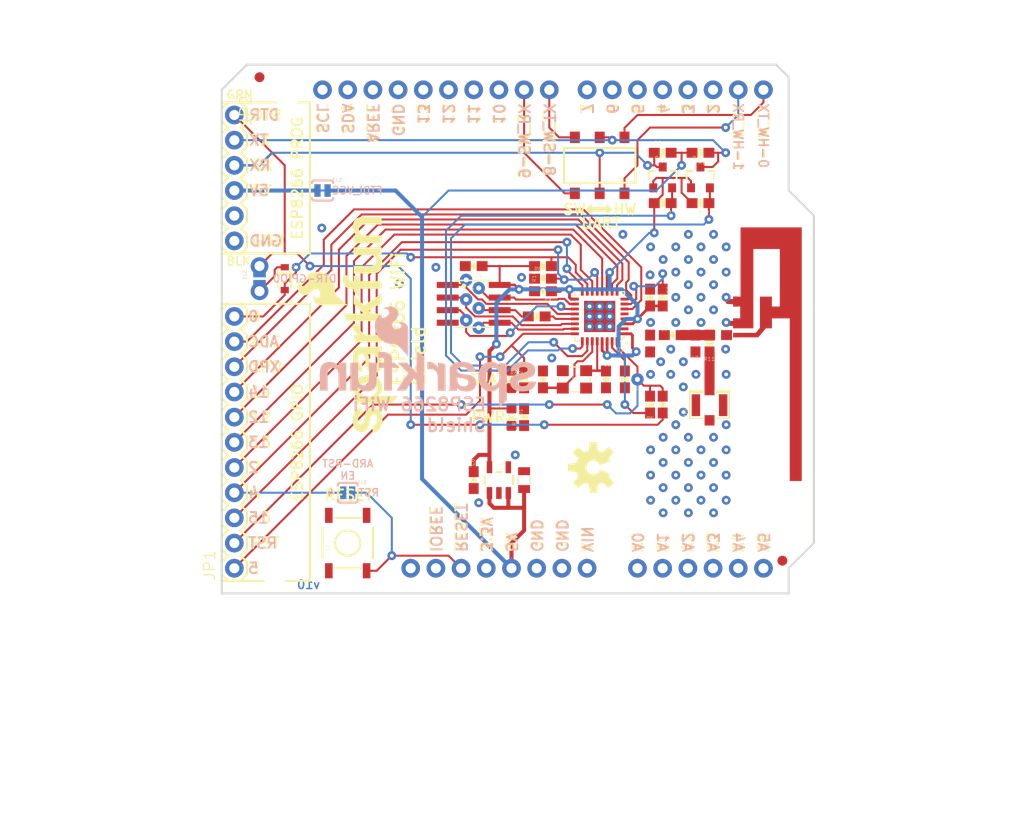
<source format=kicad_pcb>
(kicad_pcb (version 20211014) (generator pcbnew)
  (layers (0 "F.Cu" signal) (31 "B.Cu" signal) (34 "B.Paste" user) (35 "F.Paste" user) (36 "B.SilkS" user "B.Silkscreen") (37 "F.SilkS" user "F.Silkscreen") (38 "B.Mask" user) (39 "F.Mask" user) (44 "Edge.Cuts" user))
  (net 0 "")
  (net 1 "VCC")
  (net 2 "GND")
  (net 3 "N$1")
  (net 4 "N$2")
  (net 5 "N$3")
  (net 6 "CHIP_EN")
  (net 7 "U0RXI")
  (net 8 "U0TXO")
  (net 9 "RESET")
  (net 10 "LNA")
  (net 11 "N$5")
  (net 12 "DTR")
  (net 13 "GPIO14")
  (net 14 "ADC")
  (net 15 "GPIO0")
  (net 16 "GPIO5")
  (net 17 "GPIO4")
  (net 18 "SD_~{WP}")
  (net 19 "SD_~{HD}")
  (net 20 "SD_SI")
  (net 21 "SD_SO")
  (net 22 "SD_CLK")
  (net 23 "SD_CS0")
  (net 24 "XPD")
  (net 25 "GPIO15")
  (net 26 "GPIO13")
  (net 27 "GPIO12")
  (net 28 "GPIO2")
  (net 29 "N$6")
  (net 30 "ANT")
  (net 31 "TRACE_ANT")
  (net 32 "N$4")
  (net 33 "SJ2")
  (net 34 "TX_HIGH")
  (net 35 "5V")
  (net 36 "RX_HIGH")
  (net 37 "ARD_RST")
  (net 38 "ARD_SW_TX")
  (net 39 "ARD_SW_RX")
  (net 40 "ARD_HW_TX")
  (net 41 "ARD_HW_RX")
  (net 42 "N$7")
  (net 43 "N$9")
  (footprint "boardEagle:1X11" (layer "F.Cu") (at 119.9261 129.1336 90)
    (fp_text reference "JP1")
    (fp_text value "")
  )
  (footprint "boardEagle:0603-RES" (layer "F.Cu") (at 149.1361 113.8936 90)
    (fp_text reference "R2")
    (fp_text value "200")
  )
  (footprint "boardEagle:0603-RES" (layer "F.Cu") (at 159.2961 110.0836 90)
    (fp_text reference "R1")
    (fp_text value "12k")
  )
  (footprint "boardEagle:0603-RES" (layer "F.Cu") (at 167.8305 106.4641 90)
    (fp_text reference "R11")
    (fp_text value "DNP")
  )
  (footprint "boardEagle:TACTILE-SWITCH-SMD" (layer "F.Cu") (at 131.3561 126.5936 90)
    (fp_text reference "S2")
    (fp_text value "Reset")
  )
  (footprint "boardEagle:SFE_LOGO_NAME_FLAME_.2" (layer "F.Cu") (at 136.5631 116.1796 90)
    (fp_text reference "LOGO1" hide)
    (fp_text value "SFE_LOGO_NAME_FLAME.2_INCH" hide)
  )
  (footprint "boardEagle:0603-RES" (layer "F.Cu") (at 149.1361 110.0836 -90)
    (fp_text reference "R6")
    (fp_text value "200")
  )
  (footprint "boardEagle:0603" (layer "F.Cu") (at 168.6941 105.6141 180)
    (fp_text reference "R10")
    (fp_text value "0")
  )
  (footprint "boardEagle:0603-CAP" (layer "F.Cu") (at 164.1221 105.6141)
    (fp_text reference "C8")
    (fp_text value "5.6pF")
  )
  (footprint "boardEagle:STAND-OFF" (layer "F.Cu") (at 123.9901 129.1336)
    (fp_text reference "STANDOFF4" hide)
    (fp_text value "STAND-OFF" hide)
  )
  (footprint "boardEagle:0603-RES" (layer "F.Cu") (at 161.8361 112.6236 -90)
    (fp_text reference "R5")
    (fp_text value "10K")
  )
  (footprint "boardEagle:OSHW-LOGO-M" (layer "F.Cu") (at 156.1211 118.9736 90)
    (fp_text reference "LOGO2" hide)
    (fp_text value "OSHW-LOGOM" hide)
  )
  (footprint "boardEagle:U.FL" (layer "F.Cu") (at 167.8305 112.6871 90)
    (fp_text reference "JP4")
    (fp_text value "U.FL")
  )
  (footprint "boardEagle:STAND-OFF" (layer "F.Cu") (at 125.2601 80.8736)
    (fp_text reference "STANDOFF2" hide)
    (fp_text value "STAND-OFF" hide)
  )
  (footprint "boardEagle:UNO_R3_SHIELD_NOLABELS" (layer "F.Cu") (at 118.6561 78.3336 -90)
    (fp_text reference "JP3" hide)
    (fp_text value "ARDUINO_R3_SHIELDNOLABELS" hide)
  )
  (footprint "boardEagle:SO08" (layer "F.Cu") (at 144.0561 102.4636 -90)
    (fp_text reference "U3")
    (fp_text value "AT25SF041-SOIC8")
  )
  (footprint "boardEagle:QFN32" (layer "F.Cu") (at 156.7561 103.7336 180)
    (fp_text reference "U2")
    (fp_text value "ESP8266")
  )
  (footprint "boardEagle:PTH-JUMPER-2-NO_NO_SILK" (layer "F.Cu") (at 122.4661 99.9236 -90)
    (fp_text reference "SJ2")
    (fp_text value "")
  )
  (footprint "boardEagle:0603-CAP" (layer "F.Cu") (at 151.0411 110.0836 -90)
    (fp_text reference "C4")
    (fp_text value "10pF")
  )
  (footprint "boardEagle:0603-CAP" (layer "F.Cu") (at 157.3911 110.0836 90)
    (fp_text reference "C5")
    (fp_text value "10pF")
  )
  (footprint "boardEagle:0603" (layer "F.Cu") (at 166.4081 106.4641 -90)
    (fp_text reference "L2")
    (fp_text value "DNP")
  )
  (footprint "boardEagle:SOT23-5" (layer "F.Cu") (at 146.5961 120.2436)
    (fp_text reference "U1")
    (fp_text value "AP2112K-3.3V")
  )
  (footprint "boardEagle:SOT23-3" (layer "F.Cu") (at 166.9161 89.7636)
    (fp_text reference "Q2")
    (fp_text value "BSS138")
  )
  (footprint "boardEagle:FIDUCIAL-1X2" (layer "F.Cu") (at 175.1711 128.3716)
    (fp_text reference "FID1" hide)
    (fp_text value "FIDUCIAL1X2" hide)
  )
  (footprint "boardEagle:TRACE_ANTENNA_2.4GHZ_25.7MM" (layer "F.Cu") (at 170.2181 105.6141 -90)
    (fp_text reference "E1" hide)
    (fp_text value "ANTENNATRACE" hide)
  )
  (footprint "boardEagle:SOD-323" (layer "F.Cu") (at 125.0061 99.9236 -90)
    (fp_text reference "D3")
    (fp_text value "BAS16")
  )
  (footprint "boardEagle:0603" (layer "F.Cu") (at 161.8361 106.4641 -90)
    (fp_text reference "L1")
    (fp_text value "DNP")
  )
  (footprint "boardEagle:0603-CAP" (layer "F.Cu") (at 151.0411 101.1936 180)
    (fp_text reference "C3")
    (fp_text value "0.1uF")
  )
  (footprint "boardEagle:0603-RES" (layer "F.Cu") (at 150.4061 103.7336)
    (fp_text reference "R4")
    (fp_text value "200")
  )
  (footprint "boardEagle:0603-RES" (layer "F.Cu") (at 151.0411 98.6536 180)
    (fp_text reference "R14")
    (fp_text value "1K")
  )
  (footprint "boardEagle:0603-RES" (layer "F.Cu") (at 166.9161 87.2236 180)
    (fp_text reference "R13")
    (fp_text value "10K")
  )
  (footprint "boardEagle:STAND-OFF" (layer "F.Cu") (at 175.8061 124.0536)
    (fp_text reference "STANDOFF3" hide)
    (fp_text value "STAND-OFF" hide)
  )
  (footprint "boardEagle:FTDI_BASIC" (layer "F.Cu") (at 119.9261 83.4136 -90)
    (fp_text reference "JP2")
    (fp_text value "FTDI_BASICPTH")
  )
  (footprint "boardEagle:STAND-OFF" (layer "F.Cu") (at 171.9961 91.0336)
    (fp_text reference "STANDOFF1" hide)
    (fp_text value "STAND-OFF" hide)
  )
  (footprint "boardEagle:0603-RES" (layer "F.Cu") (at 163.1061 101.8286 -90)
    (fp_text reference "R3")
    (fp_text value "10K")
  )
  (footprint "boardEagle:AYZ0202" (layer "F.Cu") (at 156.7561 88.4936 180)
    (fp_text reference "S1")
    (fp_text value "DPDT")
  )
  (footprint "boardEagle:CRYSTAL-SMD-3.2X2.5" (layer "F.Cu") (at 154.2161 110.0836)
    (fp_text reference "Y1")
    (fp_text value "26MHz")
  )
  (footprint "boardEagle:0603-CAP" (layer "F.Cu") (at 163.1061 112.6236 -90)
    (fp_text reference "C7")
    (fp_text value "1.0uF")
  )
  (footprint "boardEagle:0805" (layer "F.Cu") (at 149.1361 120.2436 90)
    (fp_text reference "C2")
    (fp_text value "1.0uF")
  )
  (footprint "boardEagle:0603-RES" (layer "F.Cu") (at 151.0411 99.9236)
    (fp_text reference "R8")
    (fp_text value "10K")
  )
  (footprint "boardEagle:FIDUCIAL-1X2" (layer "F.Cu") (at 122.4661 79.6036)
    (fp_text reference "FID2" hide)
    (fp_text value "FIDUCIAL1X2" hide)
  )
  (footprint "boardEagle:0603-RES" (layer "F.Cu") (at 163.1061 92.3036 180)
    (fp_text reference "R7")
    (fp_text value "10K")
  )
  (footprint "boardEagle:0603-RES" (layer "F.Cu") (at 166.9161 92.3036 180)
    (fp_text reference "R12")
    (fp_text value "10K")
  )
  (footprint "boardEagle:0603-CAP" (layer "F.Cu") (at 161.8361 101.8286 90)
    (fp_text reference "C1")
    (fp_text value "10uF")
  )
  (footprint "boardEagle:0603-RES" (layer "F.Cu") (at 163.1061 87.2236)
    (fp_text reference "R9")
    (fp_text value "10K")
  )
  (footprint "boardEagle:0603-CAP" (layer "F.Cu") (at 144.0561 120.2436 -90)
    (fp_text reference "C6")
    (fp_text value "2.2uF")
  )
  (footprint "boardEagle:CREATIVE_COMMONS" (layer "F.Cu") (at 116.6241 155.2956)
    (fp_text reference "FRAME1" hide)
    (fp_text value "" hide)
  )
  (footprint "boardEagle:SOT23-3" (layer "F.Cu") (at 163.1061 89.7636)
    (fp_text reference "Q1")
    (fp_text value "BSS138")
  )
  (footprint "boardEagle:0603-CAP" (layer "F.Cu") (at 144.0561 98.6536 180)
    (fp_text reference "C9")
    (fp_text value "0.1uF")
  )
  (footprint "boardEagle:LED-0603" (layer "F.Cu") (at 147.8661 113.8936 180)
    (fp_text reference "D1")
    (fp_text value "RED")
  )
  (footprint "boardEagle:LED-0603" (layer "F.Cu") (at 147.8661 110.0836 180)
    (fp_text reference "D2")
    (fp_text value "BLUE")
  )
  (footprint "boardEagle:PAD.03X.05" (layer "B.Cu") (at 143.2941 100.0506 180)
    (fp_text reference "TP6" hide)
    (fp_text value "" hide)
  )
  (footprint "boardEagle:PAD.03X.05" (layer "B.Cu") (at 143.2941 104.1146 180)
    (fp_text reference "TP1" hide)
    (fp_text value "" hide)
  )
  (footprint "boardEagle:PAD.03X.05" (layer "B.Cu") (at 160.5661 110.0836 180)
    (fp_text reference "TP7" hide)
    (fp_text value "" hide)
  )
  (footprint "boardEagle:PAD-JUMPER-2-NO_YES_SILK" (layer "B.Cu") (at 131.3561 121.5136 180)
    (fp_text reference "SJ4")
    (fp_text value "")
  )
  (footprint "boardEagle:PAD.03X.05" (layer "B.Cu") (at 144.5641 100.8761 180)
    (fp_text reference "TP4" hide)
    (fp_text value "" hide)
  )
  (footprint "boardEagle:PAD.03X.05" (layer "B.Cu") (at 144.5641 104.8766 180)
    (fp_text reference "TP2" hide)
    (fp_text value "" hide)
  )
  (footprint "boardEagle:SFE_LOGO_NAME_FLAME_.2" (layer "B.Cu") (at 151.0411 113.0046 180)
    (fp_text reference "LOGO3" hide)
    (fp_text value "SFE_LOGO_NAME_FLAME.2_INCH" hide)
  )
  (footprint "boardEagle:PAD.03X.05" (layer "B.Cu") (at 144.5641 102.9081 180)
    (fp_text reference "TP3" hide)
    (fp_text value "" hide)
  )
  (footprint "boardEagle:PAD-JUMPER-2-NO_NO_SILK" (layer "B.Cu") (at 122.4661 99.9236 -90)
    (fp_text reference "SJ1")
    (fp_text value "")
  )
  (footprint "boardEagle:PAD-JUMPER-2-NC_BY_TRACE_YES_SILK" (layer "B.Cu") (at 128.8161 91.0336 180)
    (fp_text reference "SJ3")
    (fp_text value "")
  )
  (footprint "boardEagle:PAD.03X.05" (layer "B.Cu") (at 143.2941 102.0191 180)
    (fp_text reference "TP5" hide)
    (fp_text value "" hide)
  )
  (gr_line (start 118.6561 102.4636) (end 127.5461 102.4636) (layer "F.SilkS") (width 0.2032))
  (gr_line (start 155.8671 92.5576) (end 155.4861 92.9386) (layer "F.SilkS") (width 0.2032))
  (gr_line (start 127.5461 82.1436) (end 118.6561 82.1436) (layer "F.SilkS") (width 0.2032))
  (gr_line (start 157.5181 93.0656) (end 157.5181 93.3196) (layer "F.SilkS") (width 0.2032))
  (gr_line (start 155.8671 92.8116) (end 157.5181 92.8116) (layer "F.SilkS") (width 0.2032))
  (gr_line (start 127.5461 97.3836) (end 127.5461 82.1436) (layer "F.SilkS") (width 0.2032))
  (gr_line (start 155.7401 92.8116) (end 155.7401 93.0656) (layer "F.SilkS") (width 0.2032))
  (gr_line (start 157.8991 92.9386) (end 157.5181 92.5576) (layer "F.SilkS") (width 0.2032))
  (gr_line (start 155.8671 93.3196) (end 155.8671 92.8116) (layer "F.SilkS") (width 0.2032))
  (gr_line (start 155.4861 92.9386) (end 157.8991 92.9386) (layer "F.SilkS") (width 0.2032))
  (gr_line (start 157.5181 92.8116) (end 157.5181 93.0656) (layer "F.SilkS") (width 0.2032))
  (gr_line (start 157.5181 93.3196) (end 157.8991 92.9386) (layer "F.SilkS") (width 0.2032))
  (gr_line (start 155.9941 93.0656) (end 157.5181 93.0656) (layer "F.SilkS") (width 0.2032))
  (gr_line (start 157.5181 92.5576) (end 157.5181 92.8116) (layer "F.SilkS") (width 0.2032))
  (gr_line (start 157.6451 93.0656) (end 157.6451 92.8116) (layer "F.SilkS") (width 0.2032))
  (gr_line (start 118.6561 97.3836) (end 127.5461 97.3836) (layer "F.SilkS") (width 0.2032))
  (gr_line (start 155.4861 92.9386) (end 155.8671 93.3196) (layer "F.SilkS") (width 0.2032))
  (gr_line (start 127.5461 102.4636) (end 127.5461 130.4036) (layer "F.SilkS") (width 0.2032))
  (gr_line (start 127.5461 130.4036) (end 118.6561 130.4036) (layer "F.SilkS") (width 0.2032))
  (gr_line (start 155.8671 92.8116) (end 155.8671 92.5576) (layer "F.SilkS") (width 0.2032))
  (gr_line (start 175.8061 131.6736) (end 118.6561 131.6736) (layer "Edge.Cuts") (width 0.2032))
  (gr_line (start 175.8061 79.6036) (end 175.8061 91.0336) (layer "Edge.Cuts") (width 0.2032))
  (gr_line (start 118.6561 131.6736) (end 118.6561 80.8736) (layer "Edge.Cuts") (width 0.2032))
  (gr_line (start 175.8061 91.0336) (end 178.3461 93.5736) (layer "Edge.Cuts") (width 0.2032))
  (gr_line (start 118.6561 80.8736) (end 121.1961 78.3336) (layer "Edge.Cuts") (width 0.2032))
  (gr_line (start 178.3461 93.5736) (end 178.3461 126.5936) (layer "Edge.Cuts") (width 0.2032))
  (gr_line (start 175.8061 129.1336) (end 175.8061 131.6736) (layer "Edge.Cuts") (width 0.2032))
  (gr_line (start 174.5361 78.3336) (end 175.8061 79.6036) (layer "Edge.Cuts") (width 0.2032))
  (gr_line (start 121.1961 78.3336) (end 174.5361 78.3336) (layer "Edge.Cuts") (width 0.2032))
  (gr_line (start 178.3461 126.5936) (end 175.8061 129.1336) (layer "Edge.Cuts") (width 0.2032))
  (gr_text "v10" (at 126.1491 130.7846) (layer "B.Cu") (effects (font (size 0.8636 0.8636) (thickness 0.1524)) (justify right mirror)))
  (gr_text "6" (at 158.0261 82.1436 -90) (layer "B.SilkS") (effects (font (size 1.0795 1.0795) (thickness 0.1905)) (justify right mirror)))
  (gr_text "2" (at 168.1861 82.1436 -90) (layer "B.SilkS") (effects (font (size 1.0795 1.0795) (thickness 0.1905)) (justify right mirror)))
  (gr_text "GND" (at 150.4061 127.6096 -90) (layer "B.SilkS") (effects (font (size 1.0795 1.0795) (thickness 0.1905)) (justify left mirror)))
  (gr_text "3.3V" (at 145.3261 127.6096 -90) (layer "B.SilkS") (effects (font (size 1.0795 1.0795) (thickness 0.1905)) (justify left mirror)))
  (gr_text "GND" (at 121.3231 96.1136) (layer "B.SilkS") (effects (font (size 1.0795 1.0795) (thickness 0.1905)) (justify right mirror)))
  (gr_text "XPD" (at 121.1961 108.8136) (layer "B.SilkS") (effects (font (size 1.0795 1.0795) (thickness 0.1905)) (justify right mirror)))
  (gr_text "5V" (at 121.3231 91.0336) (layer "B.SilkS") (effects (font (size 1.0795 1.0795) (thickness 0.1905)) (justify right mirror)))
  (gr_text "0" (at 121.1961 103.7336) (layer "B.SilkS") (effects (font (size 1.0795 1.0795) (thickness 0.1905)) (justify right mirror)))
  (gr_text "A5" (at 173.2661 127.6096 -90) (layer "B.SilkS") (effects (font (size 1.0795 1.0795) (thickness 0.1905)) (justify left mirror)))
  (gr_text "FTDI_VCC" (at 129.7051 91.0336) (layer "B.SilkS") (effects (font (size 0.75565 0.75565) (thickness 0.13335)) (justify right mirror)))
  (gr_text "13" (at 121.1961 116.4336) (layer "B.SilkS") (effects (font (size 1.0795 1.0795) (thickness 0.1905)) (justify right mirror)))
  (gr_text "GND" (at 136.4361 82.1436 -90) (layer "B.SilkS") (effects (font (size 1.0795 1.0795) (thickness 0.1905)) (justify right mirror)))
  (gr_text "RST" (at 121.1961 126.5936) (layer "B.SilkS") (effects (font (size 1.0795 1.0795) (thickness 0.1905)) (justify right mirror)))
  (gr_text "8-SW_TX" (at 151.6761 82.1436 -90) (layer "B.SilkS") (effects (font (size 1.0795 1.0795) (thickness 0.1905)) (justify right mirror)))
  (gr_text "4" (at 121.1961 121.5136) (layer "B.SilkS") (effects (font (size 1.0795 1.0795) (thickness 0.1905)) (justify right mirror)))
  (gr_text "5" (at 121.1961 129.1336) (layer "B.SilkS") (effects (font (size 1.0795 1.0795) (thickness 0.1905)) (justify right mirror)))
  (gr_text "GND" (at 152.9461 127.6096 -90) (layer "B.SilkS") (effects (font (size 1.0795 1.0795) (thickness 0.1905)) (justify left mirror)))
  (gr_text "4" (at 130.0861 121.5136) (layer "B.SilkS") (effects (font (size 0.75565 0.75565) (thickness 0.13335)) (justify left mirror)))
  (gr_text "15" (at 121.1961 124.0536) (layer "B.SilkS") (effects (font (size 1.0795 1.0795) (thickness 0.1905)) (justify right mirror)))
  (gr_text "13" (at 138.9761 82.1436 -90) (layer "B.SilkS") (effects (font (size 1.0795 1.0795) (thickness 0.1905)) (justify right mirror)))
  (gr_text "VIN" (at 155.4861 127.6096 -90) (layer "B.SilkS") (effects (font (size 1.0795 1.0795) (thickness 0.1905)) (justify left mirror)))
  (gr_text "ADC" (at 121.1961 106.2736) (layer "B.SilkS") (effects (font (size 1.0795 1.0795) (thickness 0.1905)) (justify right mirror)))
  (gr_text "A3" (at 168.1861 127.6096 -90) (layer "B.SilkS") (effects (font (size 1.0795 1.0795) (thickness 0.1905)) (justify left mirror)))
  (gr_text "11" (at 144.0561 82.1436 -90) (layer "B.SilkS") (effects (font (size 1.0795 1.0795) (thickness 0.1905)) (justify right mirror)))
  (gr_text "4" (at 163.1061 82.1436 -90) (layer "B.SilkS") (effects (font (size 1.0795 1.0795) (thickness 0.1905)) (justify right mirror)))
  (gr_text "14" (at 121.1961 111.3536) (layer "B.SilkS") (effects (font (size 1.0795 1.0795) (thickness 0.1905)) (justify right mirror)))
  (gr_text "2" (at 121.1961 118.9736) (layer "B.SilkS") (effects (font (size 1.0795 1.0795) (thickness 0.1905)) (justify right mirror)))
  (gr_text "RESET" (at 142.7861 127.6096 -90) (layer "B.SilkS") (effects (font (size 1.0795 1.0795) (thickness 0.1905)) (justify left mirror)))
  (gr_text "IOREF" (at 140.2461 127.6096 -90) (layer "B.SilkS") (effects (font (size 1.0795 1.0795) (thickness 0.1905)) (justify left mirror)))
  (gr_text "12" (at 141.5161 82.1436 -90) (layer "B.SilkS") (effects (font (size 1.0795 1.0795) (thickness 0.1905)) (justify right mirror)))
  (gr_text "DTR-GPIO0" (at 123.7361 99.9236) (layer "B.SilkS") (effects (font (size 0.75565 0.75565) (thickness 0.13335)) (justify right mirror)))
  (gr_text "9-SW_RX" (at 149.1361 82.1436 -90) (layer "B.SilkS") (effects (font (size 1.0795 1.0795) (thickness 0.1905)) (justify right mirror)))
  (gr_text "A1" (at 163.1061 127.6096 -90) (layer "B.SilkS") (effects (font (size 1.0795 1.0795) (thickness 0.1905)) (justify left mirror)))
  (gr_text "A4" (at 170.7261 127.6096 -90) (layer "B.SilkS") (effects (font (size 1.0795 1.0795) (thickness 0.1905)) (justify left mirror)))
  (gr_text "RX" (at 121.3231 88.4936) (layer "B.SilkS") (effects (font (size 1.0795 1.0795) (thickness 0.1905)) (justify right mirror)))
  (gr_text "ARD-RST\nEN" (at 131.3561 120.2436) (layer "B.SilkS") (effects (font (size 0.75565 0.75565) (thickness 0.13335)) (justify bottom mirror)))
  (gr_text "ESP8266 WiFi\nShield" (at 145.4531 111.8616) (layer "B.SilkS") (effects (font (size 1.2954 1.2954) (thickness 0.2286)) (justify left top mirror)))
  (gr_text "0-HW_TX" (at 173.2661 82.1436 -90) (layer "B.SilkS") (effects (font (size 0.94996 0.94996) (thickness 0.16764)) (justify right mirror)))
  (gr_text "AREF" (at 133.8961 82.1436 -90) (layer "B.SilkS") (effects (font (size 1.0795 1.0795) (thickness 0.1905)) (justify right mirror)))
  (gr_text "12" (at 121.1961 113.8936) (layer "B.SilkS") (effects (font (size 1.0795 1.0795) (thickness 0.1905)) (justify right mirror)))
  (gr_text "SDA" (at 131.3561 82.1436 -90) (layer "B.SilkS") (effects (font (size 1.0795 1.0795) (thickness 0.1905)) (justify right mirror)))
  (gr_text "A2" (at 165.6461 127.6096 -90) (layer "B.SilkS") (effects (font (size 1.0795 1.0795) (thickness 0.1905)) (justify left mirror)))
  (gr_text "TX" (at 121.3231 85.9536) (layer "B.SilkS") (effects (font (size 1.0795 1.0795) (thickness 0.1905)) (justify right mirror)))
  (gr_text "SCL" (at 128.8161 82.1436 -90) (layer "B.SilkS") (effects (font (size 1.0795 1.0795) (thickness 0.1905)) (justify right mirror)))
  (gr_text "A0" (at 160.5661 127.6096 -90) (layer "B.SilkS") (effects (font (size 1.0795 1.0795) (thickness 0.1905)) (justify left mirror)))
  (gr_text "1-HW_RX" (at 170.7261 82.1436 -90) (layer "B.SilkS") (effects (font (size 0.94996 0.94996) (thickness 0.16764)) (justify right mirror)))
  (gr_text "RST" (at 132.3721 121.5136) (layer "B.SilkS") (effects (font (size 0.75565 0.75565) (thickness 0.13335)) (justify right mirror)))
  (gr_text "DTR" (at 121.3231 83.4136) (layer "B.SilkS") (effects (font (size 1.0795 1.0795) (thickness 0.1905)) (justify right mirror)))
  (gr_text "7" (at 155.4861 82.1436 -90) (layer "B.SilkS") (effects (font (size 1.0795 1.0795) (thickness 0.1905)) (justify right mirror)))
  (gr_text "3" (at 165.6461 82.1436 -90) (layer "B.SilkS") (effects (font (size 1.0795 1.0795) (thickness 0.1905)) (justify right mirror)))
  (gr_text "5" (at 160.5661 82.1436 -90) (layer "B.SilkS") (effects (font (size 1.0795 1.0795) (thickness 0.1905)) (justify right mirror)))
  (gr_text "10" (at 146.5961 82.1436 -90) (layer "B.SilkS") (effects (font (size 1.0795 1.0795) (thickness 0.1905)) (justify right mirror)))
  (gr_text "5V" (at 147.8661 127.6096 -90) (layer "B.SilkS") (effects (font (size 1.0795 1.0795) (thickness 0.1905)) (justify left mirror)))
  (gr_text "IOREF" (at 140.2461 127.6096 90) (layer "F.SilkS") (effects (font (size 1.0795 1.0795) (thickness 0.1905)) (justify left)))
  (gr_text "ESP8266 PROG" (at 126.2761 89.7636 90) (layer "F.SilkS") (effects (font (size 1.0795 1.0795) (thickness 0.1905))))
  (gr_text "RX" (at 121.5771 88.4936) (layer "F.SilkS") (effects (font (size 1.0795 1.0795) (thickness 0.1905)) (justify left)))
  (gr_text "5" (at 121.4501 129.1336) (layer "F.SilkS") (effects (font (size 1.0795 1.0795) (thickness 0.1905)) (justify left)))
  (gr_text "GND" (at 136.4361 82.1436 90) (layer "F.SilkS") (effects (font (size 1.0795 1.0795) (thickness 0.1905)) (justify right)))
  (gr_text "XPD" (at 121.4501 108.8136) (layer "F.SilkS") (effects (font (size 1.0795 1.0795) (thickness 0.1905)) (justify left)))
  (gr_text "12" (at 121.4501 113.8936) (layer "F.SilkS") (effects (font (size 1.0795 1.0795) (thickness 0.1905)) (justify left)))
  (gr_text "BLK" (at 119.0371 98.1456) (layer "F.SilkS") (effects (font (size 0.8636 0.8636) (thickness 0.1524)) (justify left)))
  (gr_text "RESET" (at 131.4831 122.4026) (layer "F.SilkS") (effects (font (size 1.0795 1.0795) (thickness 0.1905)) (justify bottom)))
  (gr_text "3" (at 165.6461 82.1436 90) (layer "F.SilkS") (effects (font (size 1.0795 1.0795) (thickness 0.1905)) (justify right)))
  (gr_text "3.3V" (at 145.3261 127.6096 90) (layer "F.SilkS") (effects (font (size 1.0795 1.0795) (thickness 0.1905)) (justify left)))
  (gr_text "A1" (at 163.1061 127.6096 90) (layer "F.SilkS") (effects (font (size 1.0795 1.0795) (thickness 0.1905)) (justify left)))
  (gr_text "SW" (at 154.2161 92.9386) (layer "F.SilkS") (effects (font (size 1.0795 1.0795) (thickness 0.1905))))
  (gr_text "A5" (at 173.2661 127.6096 90) (layer "F.SilkS") (effects (font (size 1.0795 1.0795) (thickness 0.1905)) (justify left)))
  (gr_text "SDA" (at 131.3561 82.1436 90) (layer "F.SilkS") (effects (font (size 1.0795 1.0795) (thickness 0.1905)) (justify right)))
  (gr_text "A2" (at 165.6461 127.6096 90) (layer "F.SilkS") (effects (font (size 1.0795 1.0795) (thickness 0.1905)) (justify left)))
  (gr_text "14" (at 121.4501 111.3536) (layer "F.SilkS") (effects (font (size 1.0795 1.0795) (thickness 0.1905)) (justify left)))
  (gr_text "RST" (at 121.4501 126.5936) (layer "F.SilkS") (effects (font (size 1.0795 1.0795) (thickness 0.1905)) (justify left)))
  (gr_text "VIN" (at 155.4861 127.6096 90) (layer "F.SilkS") (effects (font (size 1.0795 1.0795) (thickness 0.1905)) (justify left)))
  (gr_text "12" (at 141.5161 82.1436 90) (layer "F.SilkS") (effects (font (size 1.0795 1.0795) (thickness 0.1905)) (justify right)))
  (gr_text "GND" (at 150.4061 127.6096 90) (layer "F.SilkS") (effects (font (size 1.0795 1.0795) (thickness 0.1905)) (justify left)))
  (gr_text "13" (at 138.9761 82.1436 90) (layer "F.SilkS") (effects (font (size 1.0795 1.0795) (thickness 0.1905)) (justify right)))
  (gr_text "0-HW_TX" (at 173.2661 82.1436 90) (layer "F.SilkS") (effects (font (size 0.94996 0.94996) (thickness 0.16764)) (justify right)))
  (gr_text "1-HW_RX" (at 170.7261 82.1436 90) (layer "F.SilkS") (effects (font (size 0.94996 0.94996) (thickness 0.16764)) (justify right)))
  (gr_text "RESET" (at 142.7861 127.6096 90) (layer "F.SilkS") (effects (font (size 1.0795 1.0795) (thickness 0.1905)) (justify left)))
  (gr_text "ESP8266 WiFi\nShield" (at 135.6741 110.8456 90) (layer "F.SilkS") (effects (font (size 1.2954 1.2954) (thickness 0.2286)) (justify left top)))
  (gr_text "8-SW_TX" (at 151.6761 82.1436 90) (layer "F.SilkS") (effects (font (size 1.0795 1.0795) (thickness 0.1905)) (justify right)))
  (gr_text "5" (at 160.5661 82.1436 90) (layer "F.SilkS") (effects (font (size 1.0795 1.0795) (thickness 0.1905)) (justify right)))
  (gr_text "2" (at 168.1861 82.1436 90) (layer "F.SilkS") (effects (font (size 1.0795 1.0795) (thickness 0.1905)) (justify right)))
  (gr_text "ADC" (at 121.4501 106.2736) (layer "F.SilkS") (effects (font (size 1.0795 1.0795) (thickness 0.1905)) (justify left)))
  (gr_text "11" (at 144.0561 82.1436 90) (layer "F.SilkS") (effects (font (size 1.0795 1.0795) (thickness 0.1905)) (justify right)))
  (gr_text "GRN" (at 119.0371 81.3816) (layer "F.SilkS") (effects (font (size 0.8636 0.8636) (thickness 0.1524)) (justify left)))
  (gr_text "6" (at 158.0261 82.1436 90) (layer "F.SilkS") (effects (font (size 1.0795 1.0795) (thickness 0.1905)) (justify right)))
  (gr_text "GND" (at 152.9461 127.6096 90) (layer "F.SilkS") (effects (font (size 1.0795 1.0795) (thickness 0.1905)) (justify left)))
  (gr_text "4" (at 121.4501 121.5136) (layer "F.SilkS") (effects (font (size 1.0795 1.0795) (thickness 0.1905)) (justify left)))
  (gr_text "STAT" (at 147.3581 110.0836) (layer "F.SilkS") (effects (font (size 1.0795 1.0795) (thickness 0.1905)) (justify right)))
  (gr_text "SCL" (at 128.8161 82.1436 90) (layer "F.SilkS") (effects (font (size 1.0795 1.0795) (thickness 0.1905)) (justify right)))
  (gr_text "HW" (at 159.2961 92.9386) (layer "F.SilkS") (effects (font (size 1.0795 1.0795) (thickness 0.1905))))
  (gr_text "13" (at 121.4501 116.4336) (layer "F.SilkS") (effects (font (size 1.0795 1.0795) (thickness 0.1905)) (justify left)))
  (gr_text "15" (at 121.4501 124.0536) (layer "F.SilkS") (effects (font (size 1.0795 1.0795) (thickness 0.1905)) (justify left)))
  (gr_text "A3" (at 168.1861 127.6096 90) (layer "F.SilkS") (effects (font (size 1.0795 1.0795) (thickness 0.1905)) (justify left)))
  (gr_text "PWR" (at 147.3581 113.8936) (layer "F.SilkS") (effects (font (size 1.0795 1.0795) (thickness 0.1905)) (justify right)))
  (gr_text "0" (at 121.4501 103.7336) (layer "F.SilkS") (effects (font (size 1.0795 1.0795) (thickness 0.1905)) (justify left)))
  (gr_text "A4" (at 170.7261 127.6096 90) (layer "F.SilkS") (effects (font (size 1.0795 1.0795) (thickness 0.1905)) (justify left)))
  (gr_text "7" (at 155.4861 82.1436 90) (layer "F.SilkS") (effects (font (size 1.0795 1.0795) (thickness 0.1905)) (justify right)))
  (gr_text "AREF" (at 133.8961 82.1436 90) (layer "F.SilkS") (effects (font (size 1.0795 1.0795) (thickness 0.1905)) (justify right)))
  (gr_text "5V" (at 147.8661 127.6096 90) (layer "F.SilkS") (effects (font (size 1.0795 1.0795) (thickness 0.1905)) (justify left)))
  (gr_text "ESP8266 GPIO" (at 126.2761 116.4336 90) (layer "F.SilkS") (effects (font (size 1.0795 1.0795) (thickness 0.1905))))
  (gr_text "10" (at 146.5961 82.1436 90) (layer "F.SilkS") (effects (font (size 1.0795 1.0795) (thickness 0.1905)) (justify right)))
  (gr_text "9-SW_RX" (at 149.1361 82.1436 90) (layer "F.SilkS") (effects (font (size 1.0795 1.0795) (thickness 0.1905)) (justify right)))
  (gr_text "GND" (at 121.5771 96.1136) (layer "F.SilkS") (effects (font (size 1.0795 1.0795) (thickness 0.1905)) (justify left)))
  (gr_text "4" (at 163.1061 82.1436 90) (layer "F.SilkS") (effects (font (size 1.0795 1.0795) (thickness 0.1905)) (justify right)))
  (gr_text "A0" (at 160.5661 127.6096 90) (layer "F.SilkS") (effects (font (size 1.0795 1.0795) (thickness 0.1905)) (justify left)))
  (gr_text "2" (at 121.4501 118.9736) (layer "F.SilkS") (effects (font (size 1.0795 1.0795) (thickness 0.1905)) (justify left)))
  (gr_text "UART" (at 156.8831 94.3356) (layer "F.SilkS") (effects (font (size 1.0795 1.0795) (thickness 0.1905))))
  (gr_text "DTR" (at 121.5771 83.4136) (layer "F.SilkS") (effects (font (size 1.0795 1.0795) (thickness 0.1905)) (justify left)))
  (gr_text "TX" (at 121.5771 85.9536) (layer "F.SilkS") (effects (font (size 1.0795 1.0795) (thickness 0.1905)) (justify left)))
  (gr_text "5V" (at 121.5771 91.0336) (layer "F.SilkS") (effects (font (size 1.0795 1.0795) (thickness 0.1905)) (justify left)))
  (segment (start 161.8361 102.7176) (end 160.5661 103.9876) (width 0.2794) (layer "F.Cu") (net 1))
  (segment (start 159.2601 103.9876) (end 159.2561 103.9836) (width 0.2794) (layer "F.Cu") (net 1))
  (segment (start 146.6723 98.6536) (end 144.9061 98.6536) (width 0.2032) (layer "F.Cu") (net 1))
  (segment (start 166.0661 92.3036) (end 165.0111 91.2486) (width 0.2032) (layer "F.Cu") (net 1))
  (segment (start 144.9061 98.6536) (end 145.3896 98.6536) (width 0.254) (layer "F.Cu") (net 1))
  (segment (start 157.5061 101.2336) (end 157.5061 99.5426) (width 0.2794) (layer "F.Cu") (net 1))
  (segment (start 150.1911 98.6536) (end 146.6723 98.6536) (width 0.2032) (layer "F.Cu") (net 1))
  (segment (start 160.5661 103.9876) (end 159.2601 103.9876) (width 0.2794) (layer "F.Cu") (net 1))
  (segment (start 165.0111 91.2486) (end 165.0111 89.7636) (width 0.2032) (layer "F.Cu") (net 1))
  (segment (start 145.6461 117.7036) (end 145.6461 112.6236) (width 0.4064) (layer "F.Cu") (net 1))
  (segment (start 159.2561 104.4836) (end 160.0701 104.4836) (width 0.2794) (layer "F.Cu") (net 1))
  (segment (start 147.8661 109.2066) (end 145.6461 109.2066) (width 0.2032) (layer "F.Cu") (net 1))
  (segment (start 162.2561 92.3036) (end 163.1061 91.4536) (width 0.2032) (layer "F.Cu") (net 1))
  (segment (start 147.8661 113.0166) (end 145.6461 113.0166) (width 0.2032) (layer "F.Cu") (net 1))
  (segment (start 154.2561 101.9836) (end 153.8631 101.9836) (width 0.2794) (layer "F.Cu") (net 1))
  (segment (start 165.0111 89.7636) (end 165.6461 89.7636) (width 0.2032) (layer "F.Cu") (net 1))
  (segment (start 146.6723 100.5586) (end 148.1836 100.5586) (width 0.254) (layer "F.Cu") (net 1))
  (segment (start 161.8361 102.6786) (end 163.1061 102.6786) (width 0.2794) (layer "F.Cu") (net 1))
  (segment (start 144.5641 117.7036) (end 145.6461 117.7036) (width 0.4064) (layer "F.Cu") (net 1))
  (segment (start 159.2561 104.4836) (end 160.0661 104.4836) (width 0.2794) (layer "F.Cu") (net 1))
  (segment (start 151.8911 101.1936) (end 152.7556 101.1936) (width 0.3048) (layer "F.Cu") (net 1))
  (segment (start 148.6281 101.0031) (end 148.1836 100.5586) (width 0.254) (layer "F.Cu") (net 1))
  (segment (start 146.6723 100.5586) (end 146.6723 98.6536) (width 0.2032) (layer "F.Cu") (net 1))
  (segment (start 159.9031 105.4836) (end 160.0581 105.6386) (width 0.2794) (layer "F.Cu") (net 1))
  (segment (start 160.0581 106.9086) (end 160.4391 107.2896) (width 0.2794) (layer "F.Cu") (net 1))
  (segment (start 162.1561 90.7636) (end 162.1561 90.0786) (width 0.2032) (layer "F.Cu") (net 1))
  (segment (start 157.0061 106.2336) (end 157.0061 107.1706) (width 0.2794) (layer "F.Cu") (net 1))
  (segment (start 145.6461 108.8136) (end 145.6461 107.2236) (width 0.4064) (layer "F.Cu") (net 1))
  (segment (start 163.1061 89.7636) (end 165.0111 89.7636) (width 0.2032) (layer "F.Cu") (net 1))
  (segment (start 145.6461 113.0166) (end 145.6461 112.6236) (width 0.2032) (layer "F.Cu") (net 1))
  (segment (start 153.7081 101.0031) (end 153.7081 101.8286) (width 0.2794) (layer "F.Cu") (net 1))
  (segment (start 159.2961 112.6236) (end 160.1461 113.4736) (width 0.2032) (layer "F.Cu") (net 1))
  (segment (start 162.1561 90.0786) (end 162.4711 89.7636) (width 0.2032) (layer "F.Cu") (net 1))
  (segment (start 152.9461 101.0031) (end 153.7081 101.0031) (width 0.3048) (layer "F.Cu") (net 1))
  (segment (start 159.2561 105.4836) (end 159.9031 105.4836) (width 0.2794) (layer "F.Cu") (net 1))
  (segment (start 144.0561 118.2116) (end 144.5641 117.7036) (width 0.4064) (layer "F.Cu") (net 1))
  (segment (start 162.2561 92.3036) (end 162.2561 95.3006) (width 0.2032) (layer "F.Cu") (net 1))
  (segment (start 161.8361 113.4736) (end 160.1461 113.4736) (width 0.2032) (layer "F.Cu") (net 1))
  (segment (start 161.8361 102.6786) (end 161.8361 102.7176) (width 0.2794) (layer "F.Cu") (net 1))
  (segment (start 157.0061 107.1706) (end 157.5061 107.6706) (width 0.2794) (layer "F.Cu") (net 1))
  (segment (start 153.8631 101.9836) (end 153.7081 101.8286) (width 0.2794) (layer "F.Cu") (net 1))
  (segment (start 145.6461 109.2066) (end 145.6461 108.8136) (width 0.2032) (layer "F.Cu") (net 1))
  (segment (start 157.5061 107.6706) (end 157.5061 106.2336) (width 0.2794) (layer "F.Cu") (net 1))
  (segment (start 152.7556 101.1936) (end 152.9461 101.0031) (width 0.3048) (layer "F.Cu") (net 1))
  (segment (start 160.0581 105.6386) (end 160.0581 106.9086) (width 0.2794) (layer "F.Cu") (net 1))
  (segment (start 162.4711 89.7636) (end 163.1061 89.7636) (width 0.2032) (layer "F.Cu") (net 1))
  (segment (start 144.0561 119.3936) (end 144.0561 118.2116) (width 0.4064) (layer "F.Cu") (net 1))
  (segment (start 165.9661 90.7636) (end 165.9661 90.0836) (width 0.2032) (layer "F.Cu") (net 1))
  (segment (start 157.5061 99.5426) (end 157.7601 99.2886) (width 0.2794) (layer "F.Cu") (net 1))
  (segment (start 145.6461 112.6236) (end 145.6461 108.8136) (width 0.4064) (layer "F.Cu") (net 1))
  (segment (start 163.1061 91.4536) (end 163.1061 89.7636) (width 0.2032) (layer "F.Cu") (net 1))
  (segment (start 160.0701 104.4836) (end 160.5661 103.9876) (width 0.2794) (layer "F.Cu") (net 1))
  (segment (start 162.2561 90.8636) (end 162.1561 90.7636) (width 0.2032) (layer "F.Cu") (net 1))
  (segment (start 165.6461 89.7636) (end 165.9661 90.0836) (width 0.2032) (layer "F.Cu") (net 1))
  (segment (start 145.6461 118.9435) (end 145.6461 117.7036) (width 0.4064) (layer "F.Cu") (net 1))
  (segment (start 145.6461 107.2236) (end 146.3421 106.5276) (width 0.4064) (layer "F.Cu") (net 1))
  (via (at 159.2961 112.6236) (size 0.889) (drill 0.381) (layers "F.Cu" "B.Cu") (net 1))
  (via (at 146.3421 106.5276) (size 0.889) (drill 0.381) (layers "F.Cu" "B.Cu") (net 1))
  (via (at 157.5061 107.6706) (size 0.889) (drill 0.381) (layers "F.Cu" "B.Cu") (net 1))
  (via (at 160.5661 103.9876) (size 0.889) (drill 0.381) (layers "F.Cu" "B.Cu") (net 1))
  (via (at 157.7601 99.2886) (size 0.889) (drill 0.381) (layers "F.Cu" "B.Cu") (net 1))
  (via (at 148.6281 101.0031) (size 0.889) (drill 0.381) (layers "F.Cu" "B.Cu") (net 1))
  (via (at 162.2561 95.3006) (size 0.889) (drill 0.381) (layers "F.Cu" "B.Cu") (net 1))
  (via (at 160.4391 107.2896) (size 0.889) (drill 0.381) (layers "F.Cu" "B.Cu") (net 1))
  (via (at 153.7081 101.0031) (size 0.889) (drill 0.381) (layers "F.Cu" "B.Cu") (net 1))
  (segment (start 160.5661 103.9876) (end 160.5661 102.5906) (width 0.4064) (layer "B.Cu") (net 1))
  (segment (start 157.7601 99.2886) (end 157.7601 101.0031) (width 0.4064) (layer "B.Cu") (net 1))
  (segment (start 157.7601 99.2886) (end 161.7481 95.3006) (width 0.2032) (layer "B.Cu") (net 1))
  (segment (start 160.5661 102.5906) (end 158.9786 101.0031) (width 0.4064) (layer "B.Cu") (net 1))
  (segment (start 158.6611 107.6706) (end 157.5061 107.6706) (width 0.4064) (layer "B.Cu") (net 1))
  (segment (start 158.6611 104.7496) (end 158.6611 107.6706) (width 0.4064) (layer "B.Cu") (net 1))
  (segment (start 160.0581 107.6706) (end 159.2961 107.6706) (width 0.4064) (layer "B.Cu") (net 1))
  (segment (start 159.4231 103.9876) (end 158.6611 104.7496) (width 0.4064) (layer "B.Cu") (net 1))
  (segment (start 146.3421 106.5276) (end 146.3421 102.3366) (width 0.4064) (layer "B.Cu") (net 1))
  (segment (start 159.2961 107.6706) (end 158.6611 107.6706) (width 0.4064) (layer "B.Cu") (net 1))
  (segment (start 146.3421 102.3366) (end 147.6756 101.0031) (width 0.4064) (layer "B.Cu") (net 1))
  (segment (start 160.5661 103.9876) (end 159.4231 103.9876) (width 0.4064) (layer "B.Cu") (net 1))
  (segment (start 161.7481 95.3006) (end 162.2561 95.3006) (width 0.2032) (layer "B.Cu") (net 1))
  (segment (start 160.0581 107.6706) (end 160.4391 107.2896) (width 0.4064) (layer "B.Cu") (net 1))
  (segment (start 153.7081 101.0031) (end 148.6281 101.0031) (width 0.4064) (layer "B.Cu") (net 1))
  (segment (start 159.2961 112.6236) (end 159.2961 107.6706) (width 0.2032) (layer "B.Cu") (net 1))
  (segment (start 147.6756 101.0031) (end 148.6281 101.0031) (width 0.4064) (layer "B.Cu") (net 1))
  (segment (start 158.9786 101.0031) (end 157.7601 101.0031) (width 0.4064) (layer "B.Cu") (net 1))
  (segment (start 157.7601 101.0031) (end 153.7081 101.0031) (width 0.4064) (layer "B.Cu") (net 1))
  (segment (start 170.4481 104.4341) (end 169.5851 104.4341) (width 0.508) (layer "F.Cu") (net 2))
  (segment (start 170.4481 102.2341) (end 169.6956 102.2341) (width 0.508) (layer "F.Cu") (net 2))
  (segment (start 169.5851 104.4341) (end 169.4561 104.3051) (width 0.508) (layer "F.Cu") (net 2))
  (via (at 168.2369 97.9932) (size 0.889) (drill 0.381) (layers "F.Cu" "B.Cu") (net 2))
  (via (at 165.1889 110.8456) (size 0.889) (drill 0.381) (layers "F.Cu" "B.Cu") (net 2))
  (via (at 156.7561 102.7176) (size 0.889) (drill 0.381) (layers "F.Cu" "B.Cu") (net 2))
  (via (at 161.8869 122.2756) (size 0.889) (drill 0.381) (layers "F.Cu" "B.Cu") (net 2))
  (via (at 157.7721 104.7496) (size 0.889) (drill 0.381) (layers "F.Cu" "B.Cu") (net 2))
  (via (at 165.6969 115.9256) (size 0.889) (drill 0.381) (layers "F.Cu" "B.Cu") (net 2))
  (via (at 169.5069 96.7232) (size 0.889) (drill 0.381) (layers "F.Cu" "B.Cu") (net 2))
  (via (at 159.0929 95.4532) (size 0.889) (drill 0.381) (layers "F.Cu" "B.Cu") (net 2))
  (via (at 164.4269 96.7232) (size 0.889) (drill 0.381) (layers "F.Cu" "B.Cu") (net 2))
  (via (at 166.9669 119.7356) (size 0.889) (drill 0.381) (layers "F.Cu" "B.Cu") (net 2))
  (via (at 169.5069 101.8032) (size 0.889) (drill 0.381) (layers "F.Cu" "B.Cu") (net 2))
  (via (at 166.4589 109.5756) (size 0.889) (drill 0.381) (layers "F.Cu" "B.Cu") (net 2))
  (via (at 165.6969 121.0056) (size 0.889) (drill 0.381) (layers "F.Cu" "B.Cu") (net 2))
  (via (at 164.4269 119.7356) (size 0.889) (drill 0.381) (layers "F.Cu" "B.Cu") (net 2))
  (via (at 163.1569 123.5456) (size 0.889) (drill 0.381) (layers "F.Cu" "B.Cu") (net 2))
  (via (at 128.7399 94.8182) (size 0.889) (drill 0.381) (layers "F.Cu" "B.Cu") (net 2))
  (via (at 168.2369 103.0732) (size 0.889) (drill 0.381) (layers "F.Cu" "B.Cu") (net 2))
  (via (at 136.5631 100.4316) (size 0.889) (drill 0.381) (layers "F.Cu" "B.Cu") (net 2))
  (via (at 169.4561 107.0356) (size 0.889) (drill 0.381) (layers "F.Cu" "B.Cu") (net 2))
  (via (at 161.8869 104.3432) (size 0.889) (drill 0.381) (layers "F.Cu" "B.Cu") (net 2))
  (via (at 140.2461 98.7806) (size 0.889) (drill 0.381) (layers "F.Cu" "B.Cu") (net 2))
  (via (at 163.1569 118.4656) (size 0.889) (drill 0.381) (layers "F.Cu" "B.Cu") (net 2))
  (via (at 165.6969 95.4532) (size 0.889) (drill 0.381) (layers "F.Cu" "B.Cu") (net 2))
  (via (at 161.8869 119.7356) (size 0.889) (drill 0.381) (layers "F.Cu" "B.Cu") (net 2))
  (via (at 157.7721 103.7336) (size 0.889) (drill 0.381) (layers "F.Cu" "B.Cu") (net 2))
  (via (at 164.4269 114.6556) (size 0.889) (drill 0.381) (layers "F.Cu" "B.Cu") (net 2))
  (via (at 155.7401 103.7336) (size 0.889) (drill 0.381) (layers "F.Cu" "B.Cu") (net 2))
  (via (at 161.8869 109.5756) (size 0.889) (drill 0.381) (layers "F.Cu" "B.Cu") (net 2))
  (via (at 156.7561 104.7496) (size 0.889) (drill 0.381) (layers "F.Cu" "B.Cu") (net 2))
  (via (at 156.7561 103.7336) (size 0.889) (drill 0.381) (layers "F.Cu" "B.Cu") (net 2))
  (via (at 165.1889 108.3056) (size 0.889) (drill 0.381) (layers "F.Cu" "B.Cu") (net 2))
  (via (at 161.8869 117.1956) (size 0.889) (drill 0.381) (layers "F.Cu" "B.Cu") (net 2))
  (via (at 168.2369 121.0056) (size 0.889) (drill 0.381) (layers "F.Cu" "B.Cu") (net 2))
  (via (at 166.9669 104.3432) (size 0.889) (drill 0.381) (layers "F.Cu" "B.Cu") (net 2))
  (via (at 151.9301 107.9246) (size 0.889) (drill 0.381) (layers "F.Cu" "B.Cu") (net 2))
  (via (at 168.2369 115.9256) (size 0.889) (drill 0.381) (layers "F.Cu" "B.Cu") (net 2))
  (via (at 162.9029 108.3056) (size 0.889) (drill 0.381) (layers "F.Cu" "B.Cu") (net 2))
  (via (at 165.6969 123.5456) (size 0.889) (drill 0.381) (layers "F.Cu" "B.Cu") (net 2))
  (via (at 169.5069 117.1956) (size 0.889) (drill 0.381) (layers "F.Cu" "B.Cu") (net 2))
  (via (at 169.5069 119.7356) (size 0.889) (drill 0.381) (layers "F.Cu" "B.Cu") (net 2))
  (via (at 148.2471 117.7036) (size 0.889) (drill 0.381) (layers "F.Cu" "B.Cu") (net 2))
  (via (at 163.1569 115.9256) (size 0.889) (drill 0.381) (layers "F.Cu" "B.Cu") (net 2))
  (via (at 169.5069 104.3432) (size 0.889) (drill 0.381) (layers "F.Cu" "B.Cu") (net 2))
  (via (at 144.5641 122.5296) (size 0.889) (drill 0.381) (layers "F.Cu" "B.Cu") (net 2))
  (via (at 155.7401 104.7496) (size 0.889) (drill 0.381) (layers "F.Cu" "B.Cu") (net 2))
  (via (at 157.7721 102.7176) (size 0.889) (drill 0.381) (layers "F.Cu" "B.Cu") (net 2))
  (via (at 164.4269 122.2756) (size 0.889) (drill 0.381) (layers "F.Cu" "B.Cu") (net 2))
  (via (at 168.2369 123.5456) (size 0.889) (drill 0.381) (layers "F.Cu" "B.Cu") (net 2))
  (via (at 164.4269 104.3432) (size 0.889) (drill 0.381) (layers "F.Cu" "B.Cu") (net 2))
  (via (at 169.5069 109.5756) (size 0.889) (drill 0.381) (layers "F.Cu" "B.Cu") (net 2))
  (via (at 148.8821 99.7966) (size 0.889) (drill 0.381) (layers "F.Cu" "B.Cu") (net 2))
  (via (at 164.4269 99.2632) (size 0.889) (drill 0.381) (layers "F.Cu" "B.Cu") (net 2))
  (via (at 166.9669 101.8032) (size 0.889) (drill 0.381) (layers "F.Cu" "B.Cu") (net 2))
  (via (at 168.2369 95.4532) (size 0.889) (drill 0.381) (layers "F.Cu" "B.Cu") (net 2))
  (via (at 165.6969 103.0732) (size 0.889) (drill 0.381) (layers "F.Cu" "B.Cu") (net 2))
  (via (at 155.7401 102.7176) (size 0.889) (drill 0.381) (layers "F.Cu" "B.Cu") (net 2))
  (via (at 166.9669 99.2632) (size 0.889) (drill 0.381) (layers "F.Cu" "B.Cu") (net 2))
  (via (at 168.2369 100.5332) (size 0.889) (drill 0.381) (layers "F.Cu" "B.Cu") (net 2))
  (via (at 164.4269 101.8032) (size 0.889) (drill 0.381) (layers "F.Cu" "B.Cu") (net 2))
  (via (at 169.5069 99.2632) (size 0.889) (drill 0.381) (layers "F.Cu" "B.Cu") (net 2))
  (via (at 165.1889 113.3856) (size 0.889) (drill 0.381) (layers "F.Cu" "B.Cu") (net 2))
  (via (at 166.9669 122.2756) (size 0.889) (drill 0.381) (layers "F.Cu" "B.Cu") (net 2))
  (via (at 163.1569 121.0056) (size 0.889) (drill 0.381) (layers "F.Cu" "B.Cu") (net 2))
  (via (at 165.6969 100.5332) (size 0.889) (drill 0.381) (layers "F.Cu" "B.Cu") (net 2))
  (via (at 163.9189 109.5756) (size 0.889) (drill 0.381) (layers "F.Cu" "B.Cu") (net 2))
  (via (at 166.9669 117.1956) (size 0.889) (drill 0.381) (layers "F.Cu" "B.Cu") (net 2))
  (via (at 169.5069 122.2756) (size 0.889) (drill 0.381) (layers "F.Cu" "B.Cu") (net 2))
  (via (at 161.8869 96.7232) (size 0.889) (drill 0.381) (layers "F.Cu" "B.Cu") (net 2))
  (via (at 166.9669 96.7232) (size 0.889) (drill 0.381) (layers "F.Cu" "B.Cu") (net 2))
  (via (at 165.6969 118.4656) (size 0.889) (drill 0.381) (layers "F.Cu" "B.Cu") (net 2))
  (via (at 165.6969 97.9932) (size 0.889) (drill 0.381) (layers "F.Cu" "B.Cu") (net 2))
  (via (at 163.9189 107.0356) (size 0.889) (drill 0.381) (layers "F.Cu" "B.Cu") (net 2))
  (via (at 161.8361 99.5426) (size 0.889) (drill 0.381) (layers "F.Cu" "B.Cu") (net 2))
  (via (at 164.4269 117.1956) (size 0.889) (drill 0.381) (layers "F.Cu" "B.Cu") (net 2))
  (via (at 169.5069 114.6556) (size 0.889) (drill 0.381) (layers "F.Cu" "B.Cu") (net 2))
  (via (at 168.2369 118.4656) (size 0.889) (drill 0.381) (layers "F.Cu" "B.Cu") (net 2))
  (via (at 163.1569 97.9932) (size 0.889) (drill 0.381) (layers "F.Cu" "B.Cu") (net 2))
  (segment (start 159.2961 108.1786) (end 159.2961 109.2336) (width 0.2032) (layer "F.Cu") (net 3))
  (segment (start 158.0061 106.8886) (end 159.2961 108.1786) (width 0.2032) (layer "F.Cu") (net 3))
  (segment (start 158.0061 106.2336) (end 158.0061 106.8886) (width 0.2032) (layer "F.Cu") (net 3))
  (segment (start 155.3911 109.2086) (end 156.7561 109.2086) (width 0.254) (layer "F.Cu") (net 4))
  (segment (start 156.5061 109.2086) (end 156.7561 109.2086) (width 0.2032) (layer "F.Cu") (net 4))
  (segment (start 156.7561 109.2086) (end 157.3661 109.2086) (width 0.254) (layer "F.Cu") (net 4))
  (segment (start 156.5061 106.2336) (end 156.5061 109.2086) (width 0.2032) (layer "F.Cu") (net 4))
  (segment (start 157.3661 109.2086) (end 157.3911 109.2336) (width 0.254) (layer "F.Cu") (net 4))
  (segment (start 151.0411 110.9336) (end 153.0161 110.9336) (width 0.254) (layer "F.Cu") (net 5))
  (segment (start 156.0061 106.2336) (end 156.0061 107.303) (width 0.2032) (layer "F.Cu") (net 5))
  (segment (start 153.0161 110.9336) (end 153.0411 110.9586) (width 0.254) (layer "F.Cu") (net 5))
  (segment (start 154.2161 109.7336) (end 153.0161 110.9336) (width 0.2032) (layer "F.Cu") (net 5))
  (segment (start 154.2161 108.5596) (end 154.2161 109.7336) (width 0.2032) (layer "F.Cu") (net 5))
  (segment (start 156.0061 107.303) (end 155.0543 108.2548) (width 0.2032) (layer "F.Cu") (net 5))
  (segment (start 155.0543 108.2548) (end 154.5209 108.2548) (width 0.2032) (layer "F.Cu") (net 5))
  (segment (start 154.5209 108.2548) (end 154.2161 108.5596) (width 0.2032) (layer "F.Cu") (net 5))
  (segment (start 160.4391 101.9556) (end 160.4391 100.9396) (width 0.2032) (layer "F.Cu") (net 6))
  (segment (start 160.4391 100.9396) (end 160.1851 100.6856) (width 0.2032) (layer "F.Cu") (net 6))
  (segment (start 159.2561 102.4836) (end 159.9111 102.4836) (width 0.2032) (layer "F.Cu") (net 6))
  (segment (start 163.1061 99.4156) (end 163.1061 100.9786) (width 0.2032) (layer "F.Cu") (net 6))
  (segment (start 159.9111 102.4836) (end 160.4391 101.9556) (width 0.2032) (layer "F.Cu") (net 6))
  (via (at 160.1851 100.6856) (size 0.889) (drill 0.381) (layers "F.Cu" "B.Cu") (net 6))
  (via (at 163.1061 99.4156) (size 0.889) (drill 0.381) (layers "F.Cu" "B.Cu") (net 6))
  (segment (start 163.1061 99.9236) (end 163.1061 99.4156) (width 0.2032) (layer "B.Cu") (net 6))
  (segment (start 160.1851 100.6856) (end 162.3441 100.6856) (width 0.2032) (layer "B.Cu") (net 6))
  (segment (start 162.3441 100.6856) (end 163.1061 99.9236) (width 0.2032) (layer "B.Cu") (net 6))
  (segment (start 163.9561 92.3036) (end 163.9561 93.5736) (width 0.2032) (layer "F.Cu") (net 7))
  (segment (start 164.0561 92.2036) (end 163.9561 92.3036) (width 0.2032) (layer "F.Cu") (net 7))
  (segment (start 164.0561 92.2036) (end 164.0561 90.7636) (width 0.2032) (layer "F.Cu") (net 7))
  (segment (start 155.0061 106.2336) (end 155.0061 106.7536) (width 0.2032) (layer "F.Cu") (net 7))
  (segment (start 154.7876 106.9721) (end 154.0256 106.9721) (width 0.2032) (layer "F.Cu") (net 7))
  (segment (start 155.0061 106.7536) (end 154.7876 106.9721) (width 0.2032) (layer "F.Cu") (net 7))
  (via (at 154.0256 106.9721) (size 0.889) (drill 0.381) (layers "F.Cu" "B.Cu") (net 7))
  (via (at 163.9561 93.5736) (size 0.889) (drill 0.381) (layers "F.Cu" "B.Cu") (net 7))
  (segment (start 149.5171 107.1626) (end 147.4851 109.1946) (width 0.2032) (layer "B.Cu") (net 7))
  (segment (start 163.9561 93.5736) (end 142.7861 93.5736) (width 0.2032) (layer "B.Cu") (net 7))
  (segment (start 152.7556 106.9721) (end 152.5651 107.1626) (width 0.2032) (layer "B.Cu") (net 7))
  (segment (start 141.2621 107.6706) (end 141.2621 95.0976) (width 0.2032) (layer "B.Cu") (net 7))
  (segment (start 154.0256 106.9721) (end 152.7556 106.9721) (width 0.2032) (layer "B.Cu") (net 7))
  (segment (start 142.7861 109.1946) (end 141.2621 107.6706) (width 0.2032) (layer "B.Cu") (net 7))
  (segment (start 147.4851 109.1946) (end 142.7861 109.1946) (width 0.2032) (layer "B.Cu") (net 7))
  (segment (start 152.5651 107.1626) (end 149.5171 107.1626) (width 0.2032) (layer "B.Cu") (net 7))
  (segment (start 141.2621 95.0976) (end 142.7861 93.5736) (width 0.2032) (layer "B.Cu") (net 7))
  (segment (start 155.5061 107.2061) (end 154.9781 107.7341) (width 0.2032) (layer "F.Cu") (net 8))
  (segment (start 153.5176 107.7341) (end 152.1206 106.3371) (width 0.2032) (layer "F.Cu") (net 8))
  (segment (start 167.8661 92.2036) (end 167.8661 90.7636) (width 0.2032) (layer "F.Cu") (net 8))
  (segment (start 167.7661 92.3036) (end 167.8661 92.2036) (width 0.2032) (layer "F.Cu") (net 8))
  (segment (start 155.5061 106.2336) (end 155.5061 107.2061) (width 0.2032) (layer "F.Cu") (net 8))
  (segment (start 167.7661 93.9546) (end 167.7661 92.3036) (width 0.2032) (layer "F.Cu") (net 8))
  (segment (start 154.9781 107.7341) (end 153.5176 107.7341) (width 0.2032) (layer "F.Cu") (net 8))
  (via (at 167.7661 93.9546) (size 0.889) (drill 0.381) (layers "F.Cu" "B.Cu") (net 8))
  (via (at 152.1206 106.3371) (size 0.889) (drill 0.381) (layers "F.Cu" "B.Cu") (net 8))
  (segment (start 143.1671 94.4626) (end 167.2581 94.4626) (width 0.2032) (layer "B.Cu") (net 8))
  (segment (start 141.7701 107.4166) (end 141.7701 95.8596) (width 0.2032) (layer "B.Cu") (net 8))
  (segment (start 143.0401 108.6866) (end 141.7701 107.4166) (width 0.2032) (layer "B.Cu") (net 8))
  (segment (start 149.5806 106.3371) (end 147.2311 108.6866) (width 0.2032) (layer "B.Cu") (net 8))
  (segment (start 147.2311 108.6866) (end 143.0401 108.6866) (width 0.2032) (layer "B.Cu") (net 8))
  (segment (start 152.1206 106.3371) (end 149.5806 106.3371) (width 0.2032) (layer "B.Cu") (net 8))
  (segment (start 167.2581 94.4626) (end 167.7661 93.9546) (width 0.2032) (layer "B.Cu") (net 8))
  (segment (start 141.7701 95.8596) (end 143.1671 94.4626) (width 0.2032) (layer "B.Cu") (net 8))
  (segment (start 161.2011 110.7186) (end 161.8361 110.7186) (width 0.2032) (layer "F.Cu") (net 9))
  (segment (start 163.1061 110.9726) (end 163.1061 111.7736) (width 0.2032) (layer "F.Cu") (net 9))
  (segment (start 161.2011 110.7186) (end 160.5661 110.0836) (width 0.2032) (layer "F.Cu") (net 9))
  (segment (start 119.9261 126.5936) (end 133.8961 112.6236) (width 0.2032) (layer "F.Cu") (net 9))
  (segment (start 158.5061 106.2336) (end 158.5061 106.7536) (width 0.2032) (layer "F.Cu") (net 9))
  (segment (start 157.5181 112.6236) (end 151.6761 112.6236) (width 0.2032) (layer "F.Cu") (net 9))
  (segment (start 162.8521 110.7186) (end 163.1061 110.9726) (width 0.2032) (layer "F.Cu") (net 9))
  (segment (start 160.5661 108.8136) (end 160.5661 110.0836) (width 0.2032) (layer "F.Cu") (net 9))
  (segment (start 158.5061 106.7536) (end 160.5661 108.8136) (width 0.2032) (layer "F.Cu") (net 9))
  (segment (start 161.8361 110.7186) (end 162.8521 110.7186) (width 0.2032) (layer "F.Cu") (net 9))
  (segment (start 161.8361 111.7736) (end 161.8361 110.7186) (width 0.2032) (layer "F.Cu") (net 9))
  (segment (start 133.8961 112.6236) (end 142.7861 112.6236) (width 0.2032) (layer "F.Cu") (net 9))
  (via (at 142.7861 112.6236) (size 0.889) (drill 0.381) (layers "F.Cu" "B.Cu") (net 9))
  (via (at 151.6761 112.6236) (size 0.889) (drill 0.381) (layers "F.Cu" "B.Cu") (net 9))
  (via (at 160.5661 110.0836) (size 1.016) (drill 0.508) (layers "F.Cu" "B.Cu") (net 9))
  (via (at 157.5181 112.6236) (size 0.889) (drill 0.381) (layers "F.Cu" "B.Cu") (net 9))
  (segment (start 151.6761 112.6236) (end 142.7861 112.6236) (width 0.2032) (layer "B.Cu") (net 9))
  (segment (start 160.5661 110.0836) (end 160.5661 112.7506) (width 0.2032) (layer "B.Cu") (net 9))
  (segment (start 158.4071 113.5126) (end 159.8041 113.5126) (width 0.2032) (layer "B.Cu") (net 9))
  (segment (start 159.8041 113.5126) (end 160.5661 112.7506) (width 0.2032) (layer "B.Cu") (net 9))
  (segment (start 157.5181 112.6236) (end 158.4071 113.5126) (width 0.2032) (layer "B.Cu") (net 9))
  (segment (start 166.4081 105.6141) (end 167.8305 105.6141) (width 1.016) (layer "F.Cu") (net 11))
  (segment (start 164.9721 105.6141) (end 166.4081 105.6141) (width 1.016) (layer "F.Cu") (net 11))
  (segment (start 167.8305 105.6141) (end 167.8441 105.6141) (width 1.016) (layer "F.Cu") (net 11))
  (segment (start 123.7361 97.3836) (end 125.0061 97.3836) (width 0.2032) (layer "F.Cu") (net 12))
  (segment (start 126.2761 97.3836) (end 127.5461 98.6536) (width 0.2032) (layer "F.Cu") (net 12))
  (segment (start 125.0061 97.3836) (end 125.0061 88.4936) (width 0.2032) (layer "F.Cu") (net 12))
  (segment (start 125.0061 97.3836) (end 126.2761 97.3836) (width 0.2032) (layer "F.Cu") (net 12))
  (segment (start 137.7061 114.6556) (end 144.6911 114.6556) (width 0.2032) (layer "F.Cu") (net 12))
  (segment (start 125.0061 88.4936) (end 119.9261 83.4136) (width 0.2032) (layer "F.Cu") (net 12))
  (segment (start 162.5981 114.6556) (end 151.1681 114.6556) (width 0.2032) (layer "F.Cu") (net 12))
  (segment (start 163.1061 113.4736) (end 163.1061 114.1476) (width 0.2032) (layer "F.Cu") (net 12))
  (segment (start 163.1061 114.1476) (end 162.5981 114.6556) (width 0.2032) (layer "F.Cu") (net 12))
  (segment (start 122.4661 98.6536) (end 123.7361 97.3836) (width 0.2032) (layer "F.Cu") (net 12))
  (via (at 144.6911 114.6556) (size 0.889) (drill 0.381) (layers "F.Cu" "B.Cu") (net 12))
  (via (at 137.7061 114.6556) (size 0.889) (drill 0.381) (layers "F.Cu" "B.Cu") (net 12))
  (via (at 151.1681 114.6556) (size 0.889) (drill 0.381) (layers "F.Cu" "B.Cu") (net 12))
  (via (at 127.5461 98.6536) (size 0.889) (drill 0.381) (layers "F.Cu" "B.Cu") (net 12))
  (segment (start 137.7061 99.9236) (end 136.4361 98.6536) (width 0.2032) (layer "B.Cu") (net 12))
  (segment (start 122.4661 99.4736) (end 122.4661 98.6536) (width 0.2032) (layer "B.Cu") (net 12))
  (segment (start 151.1681 114.6556) (end 144.6911 114.6556) (width 0.2032) (layer "B.Cu") (net 12))
  (segment (start 136.4361 98.6536) (end 127.5461 98.6536) (width 0.2032) (layer "B.Cu") (net 12))
  (segment (start 137.7061 99.9236) (end 137.7061 114.6556) (width 0.2032) (layer "B.Cu") (net 12))
  (segment (start 159.0421 100.0506) (end 159.0421 98.3996) (width 0.2032) (layer "F.Cu") (net 13))
  (segment (start 130.4671 97.0026) (end 133.5151 93.9546) (width 0.2032) (layer "F.Cu") (net 13))
  (segment (start 119.9261 111.3536) (end 130.4671 100.8126) (width 0.2032) (layer "F.Cu") (net 13))
  (segment (start 159.0421 98.3996) (end 154.5971 93.9546) (width 0.2032) (layer "F.Cu") (net 13))
  (segment (start 154.5971 93.9546) (end 133.5151 93.9546) (width 0.2032) (layer "F.Cu") (net 13))
  (segment (start 130.4671 100.8126) (end 130.4671 97.0026) (width 0.2032) (layer "F.Cu") (net 13))
  (segment (start 158.5061 100.5866) (end 159.0421 100.0506) (width 0.2032) (layer "F.Cu") (net 13))
  (segment (start 158.5061 101.2336) (end 158.5061 100.5866) (width 0.2032) (layer "F.Cu") (net 13))
  (segment (start 159.2561 102.9836) (end 160.0461 102.9836) (width 0.2032) (layer "F.Cu") (net 14))
  (segment (start 160.0461 102.9836) (end 160.9471 102.0826) (width 0.2032) (layer "F.Cu") (net 14))
  (segment (start 121.1961 106.2736) (end 128.9431 98.5266) (width 0.2032) (layer "F.Cu") (net 14))
  (segment (start 160.9471 102.0826) (end 160.9471 98.7806) (width 0.2032) (layer "F.Cu") (net 14))
  (segment (start 119.9261 106.2736) (end 121.1961 106.2736) (width 0.2032) (layer "F.Cu") (net 14))
  (segment (start 160.9471 98.7806) (end 155.1051 92.9386) (width 0.2032) (layer "F.Cu") (net 14))
  (segment (start 128.9431 95.9866) (end 131.9911 92.9386) (width 0.2032) (layer "F.Cu") (net 14))
  (segment (start 155.1051 92.9386) (end 131.9911 92.9386) (width 0.2032) (layer "F.Cu") (net 14))
  (segment (start 128.9431 98.5266) (end 128.9431 95.9866) (width 0.2032) (layer "F.Cu") (net 14))
  (segment (start 125.0061 101.0736) (end 125.0061 100.4316) (width 0.2032) (layer "F.Cu") (net 15))
  (segment (start 154.3431 98.5266) (end 153.5811 97.7646) (width 0.2032) (layer "F.Cu") (net 15))
  (segment (start 125.0061 101.0736) (end 125.0061 101.5746) (width 0.2032) (layer "F.Cu") (net 15))
  (segment (start 151.8911 97.7646) (end 137.7061 97.7646) (width 0.2032) (layer "F.Cu") (net 15))
  (segment (start 126.1561 99.2816) (end 126.1561 98.7736) (width 0.2032) (layer "F.Cu") (net 15))
  (segment (start 155.5061 100.4516) (end 154.3431 99.2886) (width 0.2032) (layer "F.Cu") (net 15))
  (segment (start 154.3431 99.2886) (end 154.3431 98.5266) (width 0.2032) (layer "F.Cu") (net 15))
  (segment (start 151.8911 98.6536) (end 151.8911 97.7646) (width 0.2032) (layer "F.Cu") (net 15))
  (segment (start 125.0061 101.5746) (end 122.8471 103.7336) (width 0.2032) (layer "F.Cu") (net 15))
  (segment (start 155.5061 101.2336) (end 155.5061 100.4516) (width 0.2032) (layer "F.Cu") (net 15))
  (segment (start 122.8471 103.7336) (end 119.9261 103.7336) (width 0.2032) (layer "F.Cu") (net 15))
  (segment (start 153.5811 97.7646) (end 151.8911 97.7646) (width 0.2032) (layer "F.Cu") (net 15))
  (segment (start 125.0061 100.4316) (end 126.1561 99.2816) (width 0.2032) (layer "F.Cu") (net 15))
  (via (at 137.7061 97.7646) (size 0.889) (drill 0.381) (layers "F.Cu" "B.Cu") (net 15))
  (via (at 126.1561 98.7736) (size 0.889) (drill 0.381) (layers "F.Cu" "B.Cu") (net 15))
  (segment (start 137.3251 97.3836) (end 127.5461 97.3836) (width 0.2032) (layer "B.Cu") (net 15))
  (segment (start 127.5461 97.3836) (end 126.1561 98.7736) (width 0.2032) (layer "B.Cu") (net 15))
  (segment (start 137.7061 97.7646) (end 137.3251 97.3836) (width 0.2032) (layer "B.Cu") (net 15))
  (segment (start 154.2561 105.4836) (end 149.0371 105.4836) (width 0.2032) (layer "F.Cu") (net 16))
  (segment (start 144.6911 112.2426) (end 143.2941 113.6396) (width 0.2032) (layer "F.Cu") (net 16))
  (segment (start 143.2941 113.6396) (end 135.4201 113.6396) (width 0.2032) (layer "F.Cu") (net 16))
  (segment (start 149.1361 109.2336) (end 149.1361 107.9246) (width 0.2032) (layer "F.Cu") (net 16))
  (segment (start 149.1361 107.9246) (end 147.8661 106.6546) (width 0.2032) (layer "F.Cu") (net 16))
  (segment (start 147.8661 106.6546) (end 146.7231 107.7976) (width 0.2032) (layer "F.Cu") (net 16))
  (segment (start 149.0371 105.4836) (end 147.8661 106.6546) (width 0.2032) (layer "F.Cu") (net 16))
  (segment (start 144.6911 107.7976) (end 144.6911 112.2426) (width 0.2032) (layer "F.Cu") (net 16))
  (segment (start 135.4201 113.6396) (end 119.9261 129.1336) (width 0.2032) (layer "F.Cu") (net 16))
  (via (at 144.6911 107.7976) (size 0.889) (drill 0.381) (layers "F.Cu" "B.Cu") (net 16))
  (via (at 146.7231 107.7976) (size 0.889) (drill 0.381) (layers "F.Cu" "B.Cu") (net 16))
  (segment (start 146.7231 107.7976) (end 144.6911 107.7976) (width 0.2032) (layer "B.Cu") (net 16))
  (segment (start 155.0061 101.2336) (end 155.0061 100.5866) (width 0.2032) (layer "F.Cu") (net 17))
  (segment (start 155.0061 100.5866) (end 153.4541 99.0346) (width 0.2032) (layer "F.Cu") (net 17))
  (segment (start 153.4541 96.2406) (end 136.8171 96.2406) (width 0.2032) (layer "F.Cu") (net 17))
  (segment (start 133.5151 99.5426) (end 136.8171 96.2406) (width 0.2032) (layer "F.Cu") (net 17))
  (segment (start 153.4541 99.0346) (end 153.4541 98.9076) (width 0.2032) (layer "F.Cu") (net 17))
  (segment (start 133.5151 107.9246) (end 133.5151 99.5426) (width 0.2032) (layer "F.Cu") (net 17))
  (segment (start 119.9261 121.5136) (end 133.5151 107.9246) (width 0.2032) (layer "F.Cu") (net 17))
  (via (at 153.4541 96.2406) (size 0.889) (drill 0.381) (layers "F.Cu" "B.Cu") (net 17))
  (via (at 153.4541 98.9076) (size 0.889) (drill 0.381) (layers "F.Cu" "B.Cu") (net 17))
  (segment (start 130.9061 121.5136) (end 119.9261 121.5136) (width 0.2032) (layer "B.Cu") (net 17))
  (segment (start 153.4541 98.9076) (end 153.4541 96.2406) (width 0.2032) (layer "B.Cu") (net 17))
  (segment (start 147.7391 105.3846) (end 147.4216 105.7021) (width 0.2032) (layer "F.Cu") (net 18))
  (segment (start 153.1105 102.9836) (end 152.8445 102.7176) (width 0.2032) (layer "F.Cu") (net 18))
  (segment (start 142.6591 103.0986) (end 143.2941 103.7336) (width 0.2032) (layer "F.Cu") (net 18))
  (segment (start 143.2941 103.7336) (end 143.2941 104.1146) (width 0.2032) (layer "F.Cu") (net 18))
  (segment (start 147.4216 105.7021) (end 143.6751 105.7021) (width 0.2032) (layer "F.Cu") (net 18))
  (segment (start 141.4399 103.0986) (end 142.6591 103.0986) (width 0.2032) (layer "F.Cu") (net 18))
  (segment (start 154.2561 102.9836) (end 153.1105 102.9836) (width 0.2032) (layer "F.Cu") (net 18))
  (segment (start 143.6751 105.7021) (end 143.2941 105.3211) (width 0.2032) (layer "F.Cu") (net 18))
  (segment (start 143.2941 105.3211) (end 143.2941 104.1146) (width 0.2032) (layer "F.Cu") (net 18))
  (via (at 147.7391 105.3846) (size 0.889) (drill 0.381) (layers "F.Cu" "B.Cu") (net 18))
  (via (at 143.2941 104.1146) (size 1.016) (drill 0.508) (layers "F.Cu" "B.Cu") (net 18))
  (via (at 152.8445 102.7176) (size 0.889) (drill 0.381) (layers "F.Cu" "B.Cu") (net 18))
  (segment (start 150.4061 102.7176) (end 147.7391 105.3846) (width 0.2032) (layer "B.Cu") (net 18))
  (segment (start 152.8445 102.7176) (end 150.4061 102.7176) (width 0.2032) (layer "B.Cu") (net 18))
  (segment (start 145.5166 101.8286) (end 144.5641 100.8761) (width 0.2032) (layer "F.Cu") (net 19))
  (segment (start 148.3233 102.0318) (end 148.1201 101.8286) (width 0.2032) (layer "F.Cu") (net 19))
  (segment (start 152.5397 102.0318) (end 148.3233 102.0318) (width 0.2032) (layer "F.Cu") (net 19))
  (segment (start 146.6723 101.8286) (end 145.5166 101.8286) (width 0.2032) (layer "F.Cu") (net 19))
  (segment (start 154.2561 102.4836) (end 153.7281 102.4836) (width 0.2032) (layer "F.Cu") (net 19))
  (segment (start 152.6159 101.9556) (end 153.2001 101.9556) (width 0.2032) (layer "F.Cu") (net 19))
  (segment (start 153.7281 102.4836) (end 153.2001 101.9556) (width 0.2032) (layer "F.Cu") (net 19))
  (segment (start 152.6159 101.9556) (end 152.5397 102.0318) (width 0.2032) (layer "F.Cu") (net 19))
  (segment (start 148.1201 101.8286) (end 146.6723 101.8286) (width 0.2032) (layer "F.Cu") (net 19))
  (via (at 144.5641 100.8761) (size 1.016) (drill 0.508) (layers "F.Cu" "B.Cu") (net 19))
  (segment (start 145.0721 104.3686) (end 144.5641 104.8766) (width 0.2032) (layer "F.Cu") (net 20))
  (segment (start 148.5573 105.0598) (end 153.0931 105.0598) (width 0.2032) (layer "F.Cu") (net 20))
  (segment (start 154.2561 104.9836) (end 153.1693 104.9836) (width 0.2032) (layer "F.Cu") (net 20))
  (segment (start 146.6723 104.3686) (end 147.8661 104.3686) (width 0.2032) (layer "F.Cu") (net 20))
  (segment (start 146.6723 104.3686) (end 145.0721 104.3686) (width 0.2032) (layer "F.Cu") (net 20))
  (segment (start 147.8661 104.3686) (end 148.5573 105.0598) (width 0.2032) (layer "F.Cu") (net 20))
  (segment (start 153.0931 105.0598) (end 153.1693 104.9836) (width 0.2032) (layer "F.Cu") (net 20))
  (via (at 144.5641 104.8766) (size 1.016) (drill 0.508) (layers "F.Cu" "B.Cu") (net 20))
  (segment (start 148.8701 104.6106) (end 147.9931 103.7336) (width 0.2032) (layer "F.Cu") (net 21))
  (segment (start 148.8701 104.6106) (end 152.8311 104.6106) (width 0.2032) (layer "F.Cu") (net 21))
  (segment (start 141.4399 101.8286) (end 143.1036 101.8286) (width 0.2032) (layer "F.Cu") (net 21))
  (segment (start 154.2561 104.4836) (end 152.9581 104.4836) (width 0.2032) (layer "F.Cu") (net 21))
  (segment (start 143.1036 101.8286) (end 143.2941 102.0191) (width 0.2032) (layer "F.Cu") (net 21))
  (segment (start 143.2941 102.0191) (end 143.2941 102.8446) (width 0.2032) (layer "F.Cu") (net 21))
  (segment (start 147.9931 103.7336) (end 144.1831 103.7336) (width 0.2032) (layer "F.Cu") (net 21))
  (segment (start 144.1831 103.7336) (end 143.2941 102.8446) (width 0.2032) (layer "F.Cu") (net 21))
  (segment (start 152.8311 104.6106) (end 152.9581 104.4836) (width 0.2032) (layer "F.Cu") (net 21))
  (via (at 143.2941 102.0191) (size 1.016) (drill 0.508) (layers "F.Cu" "B.Cu") (net 21))
  (segment (start 146.6723 103.0986) (end 144.7546 103.0986) (width 0.2032) (layer "F.Cu") (net 22))
  (segment (start 149.5561 103.7336) (end 148.8821 103.7336) (width 0.2032) (layer "F.Cu") (net 22))
  (segment (start 148.2471 103.0986) (end 148.8821 103.7336) (width 0.2032) (layer "F.Cu") (net 22))
  (segment (start 146.6723 103.0986) (end 148.2471 103.0986) (width 0.2032) (layer "F.Cu") (net 22))
  (segment (start 144.7546 103.0986) (end 144.5641 102.9081) (width 0.2032) (layer "F.Cu") (net 22))
  (via (at 144.5641 102.9081) (size 1.016) (drill 0.508) (layers "F.Cu" "B.Cu") (net 22))
  (segment (start 142.7861 100.5586) (end 143.2941 100.0506) (width 0.2032) (layer "F.Cu") (net 23))
  (segment (start 145.3261 102.4636) (end 151.4856 102.4636) (width 0.2032) (layer "F.Cu") (net 23))
  (segment (start 144.8816 102.0191) (end 144.5006 102.0191) (width 0.2032) (layer "F.Cu") (net 23))
  (segment (start 141.4399 100.5586) (end 142.7861 100.5586) (width 0.2032) (layer "F.Cu") (net 23))
  (segment (start 154.2561 103.4836) (end 152.5056 103.4836) (width 0.2032) (layer "F.Cu") (net 23))
  (segment (start 151.4856 102.4636) (end 152.5056 103.4836) (width 0.2032) (layer "F.Cu") (net 23))
  (segment (start 143.2941 100.8126) (end 143.2941 100.0506) (width 0.2032) (layer "F.Cu") (net 23))
  (segment (start 144.5006 102.0191) (end 143.2941 100.8126) (width 0.2032) (layer "F.Cu") (net 23))
  (segment (start 145.3261 102.4636) (end 144.8816 102.0191) (width 0.2032) (layer "F.Cu") (net 23))
  (via (at 143.2941 100.0506) (size 1.016) (drill 0.508) (layers "F.Cu" "B.Cu") (net 23))
  (segment (start 159.6771 98.2726) (end 154.8511 93.4466) (width 0.2032) (layer "F.Cu") (net 24))
  (segment (start 159.9311 101.8286) (end 159.9311 101.5746) (width 0.2032) (layer "F.Cu") (net 24))
  (segment (start 159.9311 101.5746) (end 159.4231 101.0666) (width 0.2032) (layer "F.Cu") (net 24))
  (segment (start 154.8511 93.4466) (end 132.7531 93.4466) (width 0.2032) (layer "F.Cu") (net 24))
  (segment (start 159.4231 100.3046) (end 159.6771 100.0506) (width 0.2032) (layer "F.Cu") (net 24))
  (segment (start 129.7051 96.4946) (end 132.7531 93.4466) (width 0.2032) (layer "F.Cu") (net 24))
  (segment (start 159.7761 101.9836) (end 159.9311 101.8286) (width 0.2032) (layer "F.Cu") (net 24))
  (segment (start 159.2561 101.9836) (end 159.7761 101.9836) (width 0.2032) (layer "F.Cu") (net 24))
  (segment (start 129.7051 99.0346) (end 129.7051 96.4946) (width 0.2032) (layer "F.Cu") (net 24))
  (segment (start 119.9261 108.8136) (end 129.7051 99.0346) (width 0.2032) (layer "F.Cu") (net 24))
  (segment (start 159.4231 101.0666) (end 159.4231 100.3046) (width 0.2032) (layer "F.Cu") (net 24))
  (segment (start 159.6771 100.0506) (end 159.6771 98.2726) (width 0.2032) (layer "F.Cu") (net 24))
  (segment (start 134.2771 99.4156) (end 136.6901 97.0026) (width 0.2032) (layer "F.Cu") (net 25))
  (segment (start 156.5061 101.2336) (end 156.5061 99.5466) (width 0.2032) (layer "F.Cu") (net 25))
  (segment (start 119.9261 124.0536) (end 134.2771 109.7026) (width 0.2032) (layer "F.Cu") (net 25))
  (segment (start 134.2771 109.7026) (end 134.2771 99.4156) (width 0.2032) (layer "F.Cu") (net 25))
  (segment (start 152.5651 97.0026) (end 136.6901 97.0026) (width 0.2032) (layer "F.Cu") (net 25))
  (segment (start 153.0731 99.9236) (end 153.1747 100.0252) (width 0.2032) (layer "F.Cu") (net 25))
  (segment (start 156.5061 99.5466) (end 156.2481 99.2886) (width 0.2032) (layer "F.Cu") (net 25))
  (segment (start 151.8911 99.9236) (end 153.0731 99.9236) (width 0.2032) (layer "F.Cu") (net 25))
  (via (at 152.5651 97.0026) (size 0.889) (drill 0.381) (layers "F.Cu" "B.Cu") (net 25))
  (via (at 153.1747 100.0252) (size 0.889) (drill 0.381) (layers "F.Cu" "B.Cu") (net 25))
  (via (at 156.2481 99.2886) (size 0.889) (drill 0.381) (layers "F.Cu" "B.Cu") (net 25))
  (segment (start 153.1747 100.0252) (end 152.5651 99.4156) (width 0.2032) (layer "B.Cu") (net 25))
  (segment (start 156.2481 99.2886) (end 155.5115 100.0252) (width 0.2032) (layer "B.Cu") (net 25))
  (segment (start 153.1747 100.0252) (end 155.5115 100.0252) (width 0.2032) (layer "B.Cu") (net 25))
  (segment (start 152.5651 99.4156) (end 152.5651 97.0026) (width 0.2032) (layer "B.Cu") (net 25))
  (segment (start 157.0061 97.8876) (end 154.0891 94.9706) (width 0.2032) (layer "F.Cu") (net 26))
  (segment (start 157.0061 101.2336) (end 157.0061 97.8876) (width 0.2032) (layer "F.Cu") (net 26))
  (segment (start 131.9911 104.3686) (end 131.9911 98.1456) (width 0.2032) (layer "F.Cu") (net 26))
  (segment (start 154.0891 94.9706) (end 135.1661 94.9706) (width 0.2032) (layer "F.Cu") (net 26))
  (segment (start 131.9911 98.1456) (end 135.1661 94.9706) (width 0.2032) (layer "F.Cu") (net 26))
  (segment (start 119.9261 116.4336) (end 131.9911 104.3686) (width 0.2032) (layer "F.Cu") (net 26))
  (segment (start 158.0061 101.2336) (end 158.0061 100.4516) (width 0.2032) (layer "F.Cu") (net 27))
  (segment (start 131.2291 97.6376) (end 134.4041 94.4626) (width 0.2032) (layer "F.Cu") (net 27))
  (segment (start 158.5341 99.9236) (end 158.5341 98.6536) (width 0.2032) (layer "F.Cu") (net 27))
  (segment (start 119.9261 113.8936) (end 131.2291 102.5906) (width 0.2032) (layer "F.Cu") (net 27))
  (segment (start 158.5341 98.6536) (end 154.3431 94.4626) (width 0.2032) (layer "F.Cu") (net 27))
  (segment (start 154.3431 94.4626) (end 134.4041 94.4626) (width 0.2032) (layer "F.Cu") (net 27))
  (segment (start 158.0061 100.4516) (end 158.5341 99.9236) (width 0.2032) (layer "F.Cu") (net 27))
  (segment (start 131.2291 102.5906) (end 131.2291 97.6376) (width 0.2032) (layer "F.Cu") (net 27))
  (segment (start 154.8511 96.4946) (end 153.8351 95.4786) (width 0.2032) (layer "F.Cu") (net 28))
  (segment (start 132.7531 106.1466) (end 132.7531 98.7806) (width 0.2032) (layer "F.Cu") (net 28))
  (segment (start 154.8511 99.0346) (end 154.8511 96.4946) (width 0.2032) (layer "F.Cu") (net 28))
  (segment (start 153.8351 95.4786) (end 136.0551 95.4786) (width 0.2032) (layer "F.Cu") (net 28))
  (segment (start 119.9261 118.9736) (end 132.7531 106.1466) (width 0.2032) (layer "F.Cu") (net 28))
  (segment (start 132.7531 98.7806) (end 136.0551 95.4786) (width 0.2032) (layer "F.Cu") (net 28))
  (segment (start 156.0061 100.1896) (end 154.8511 99.0346) (width 0.2032) (layer "F.Cu") (net 28))
  (segment (start 156.0061 101.2336) (end 156.0061 100.1896) (width 0.2032) (layer "F.Cu") (net 28))
  (segment (start 152.3071 103.9836) (end 152.0571 103.7336) (width 0.2032) (layer "F.Cu") (net 29))
  (segment (start 154.2561 103.9836) (end 152.3071 103.9836) (width 0.2032) (layer "F.Cu") (net 29))
  (segment (start 151.2561 103.7336) (end 152.0571 103.7336) (width 0.2032) (layer "F.Cu") (net 29))
  (segment (start 167.8305 107.3141) (end 167.8305 111.1621) (width 1.016) (layer "F.Cu") (net 30))
  (segment (start 149.1361 114.7436) (end 147.8661 114.7436) (width 0.2032) (layer "F.Cu") (net 32))
  (segment (start 147.8661 114.7436) (end 147.8661 114.7706) (width 0.2032) (layer "F.Cu") (net 32))
  (segment (start 123.9901 99.6696) (end 122.4661 101.1936) (width 0.2032) (layer "F.Cu") (net 33))
  (segment (start 123.9901 99.0346) (end 123.9901 99.6696) (width 0.2032) (layer "F.Cu") (net 33))
  (segment (start 124.2511 98.7736) (end 123.9901 99.0346) (width 0.2032) (layer "F.Cu") (net 33))
  (segment (start 125.0061 98.7736) (end 124.2511 98.7736) (width 0.2032) (layer "F.Cu") (net 33))
  (segment (start 122.4661 101.1936) (end 122.4661 100.3736) (width 0.2032) (layer "B.Cu") (net 33))
  (segment (start 168.6941 88.1126) (end 168.6941 87.2236) (width 0.2032) (layer "F.Cu") (net 34))
  (segment (start 168.1431 88.6636) (end 168.6941 88.1126) (width 0.2032) (layer "F.Cu") (net 34))
  (segment (start 167.7661 87.2236) (end 168.6941 87.2236) (width 0.2032) (layer "F.Cu") (net 34))
  (segment (start 166.9161 88.6636) (end 168.1431 88.6636) (width 0.2032) (layer "F.Cu") (net 34))
  (segment (start 157.7411 85.6686) (end 158.0261 85.9536) (width 0.2032) (layer "F.Cu") (net 34))
  (segment (start 156.7561 85.6686) (end 157.7411 85.6686) (width 0.2032) (layer "F.Cu") (net 34))
  (segment (start 168.6941 87.2236) (end 169.4561 87.2236) (width 0.2032) (layer "F.Cu") (net 34))
  (via (at 158.0261 85.9536) (size 0.889) (drill 0.381) (layers "F.Cu" "B.Cu") (net 34))
  (via (at 169.4561 87.2236) (size 0.889) (drill 0.381) (layers "F.Cu" "B.Cu") (net 34))
  (segment (start 169.4561 87.2236) (end 168.1861 85.9536) (width 0.2032) (layer "B.Cu") (net 34))
  (segment (start 158.0261 85.9536) (end 119.9261 85.9536) (width 0.2032) (layer "B.Cu") (net 34))
  (segment (start 168.1861 85.9536) (end 158.0261 85.9536) (width 0.2032) (layer "B.Cu") (net 34))
  (segment (start 147.5461 121.5437) (end 147.5461 123.0376) (width 0.4064) (layer "F.Cu") (net 35))
  (segment (start 147.8661 129.1336) (end 147.8661 126.5936) (width 0.4064) (layer "F.Cu") (net 35))
  (segment (start 165.0111 87.2236) (end 166.0661 87.2236) (width 0.2032) (layer "F.Cu") (net 35))
  (segment (start 165.0111 87.2236) (end 163.9561 87.2236) (width 0.2032) (layer "F.Cu") (net 35))
  (segment (start 145.6461 121.5437) (end 145.6461 122.5956) (width 0.4064) (layer "F.Cu") (net 35))
  (segment (start 147.8661 126.5936) (end 149.1361 125.3236) (width 0.4064) (layer "F.Cu") (net 35))
  (segment (start 149.1361 125.3236) (end 149.1361 123.0376) (width 0.4064) (layer "F.Cu") (net 35))
  (segment (start 145.6461 122.5956) (end 146.0881 123.0376) (width 0.4064) (layer "F.Cu") (net 35))
  (segment (start 165.0111 88.4936) (end 165.0111 87.2236) (width 0.2032) (layer "F.Cu") (net 35))
  (segment (start 149.1361 123.0376) (end 149.1361 121.1436) (width 0.4064) (layer "F.Cu") (net 35))
  (segment (start 146.0881 123.0376) (end 147.5461 123.0376) (width 0.4064) (layer "F.Cu") (net 35))
  (segment (start 147.5461 123.0376) (end 149.1361 123.0376) (width 0.4064) (layer "F.Cu") (net 35))
  (via (at 165.0111 88.4936) (size 0.889) (drill 0.381) (layers "F.Cu" "B.Cu") (net 35))
  (segment (start 136.1821 91.0336) (end 138.8491 93.7006) (width 0.4064) (layer "B.Cu") (net 35))
  (segment (start 145.3261 126.5936) (end 147.8661 129.1336) (width 0.4064) (layer "B.Cu") (net 35))
  (segment (start 138.8491 120.1166) (end 147.8661 129.1336) (width 0.4064) (layer "B.Cu") (net 35))
  (segment (start 141.5161 91.0336) (end 162.4711 91.0336) (width 0.2032) (layer "B.Cu") (net 35))
  (segment (start 147.8661 128.1176) (end 147.8661 129.1336) (width 0.2032) (layer "B.Cu") (net 35))
  (segment (start 138.8491 93.7006) (end 141.5161 91.0336) (width 0.2032) (layer "B.Cu") (net 35))
  (segment (start 129.3241 91.0336) (end 136.1821 91.0336) (width 0.4064) (layer "B.Cu") (net 35))
  (segment (start 138.8491 93.7006) (end 138.8491 120.1166) (width 0.4064) (layer "B.Cu") (net 35))
  (segment (start 162.4711 91.0336) (end 165.0111 88.4936) (width 0.2032) (layer "B.Cu") (net 35))
  (segment (start 163.1061 88.6636) (end 162.5141 88.6636) (width 0.2032) (layer "F.Cu") (net 36))
  (segment (start 161.5821 88.4936) (end 162.3441 88.4936) (width 0.2032) (layer "F.Cu") (net 36))
  (segment (start 162.2561 88.4936) (end 161.5821 88.4936) (width 0.2032) (layer "F.Cu") (net 36))
  (segment (start 162.2561 87.2236) (end 162.2561 88.4936) (width 0.2032) (layer "F.Cu") (net 36))
  (segment (start 162.3441 88.4936) (end 162.5141 88.6636) (width 0.2032) (layer "F.Cu") (net 36))
  (segment (start 156.7561 91.3186) (end 156.7561 87.2236) (width 0.2032) (layer "F.Cu") (net 36))
  (via (at 156.7561 87.2236) (size 0.889) (drill 0.381) (layers "F.Cu" "B.Cu") (net 36))
  (via (at 161.5821 88.4936) (size 0.889) (drill 0.381) (layers "F.Cu" "B.Cu") (net 36))
  (segment (start 160.3121 87.2236) (end 156.7561 87.2236) (width 0.2032) (layer "B.Cu") (net 36))
  (segment (start 161.5821 88.4936) (end 160.3121 87.2236) (width 0.2032) (layer "B.Cu") (net 36))
  (segment (start 122.4661 88.4936) (end 119.9261 88.4936) (width 0.254) (layer "B.Cu") (net 36))
  (segment (start 156.7561 87.2236) (end 123.7361 87.2236) (width 0.2032) (layer "B.Cu") (net 36))
  (segment (start 123.7361 87.2236) (end 122.4661 88.4936) (width 0.254) (layer "B.Cu") (net 36))
  (segment (start 141.5161 127.8636) (end 142.7861 129.1336) (width 0.2032) (layer "F.Cu") (net 37))
  (segment (start 135.8011 127.8636) (end 141.5161 127.8636) (width 0.2032) (layer "F.Cu") (net 37))
  (segment (start 134.2771 129.3876) (end 135.8011 127.8636) (width 0.2032) (layer "F.Cu") (net 37))
  (segment (start 133.2611 129.3876) (end 134.2771 129.3876) (width 0.2032) (layer "F.Cu") (net 37))
  (via (at 135.8011 127.8636) (size 0.889) (drill 0.381) (layers "F.Cu" "B.Cu") (net 37))
  (segment (start 135.8011 127.8636) (end 135.8011 124.0536) (width 0.2032) (layer "B.Cu") (net 37))
  (segment (start 135.8011 124.0536) (end 133.2611 121.5136) (width 0.2032) (layer "B.Cu") (net 37))
  (segment (start 133.2611 121.5136) (end 131.8061 121.5136) (width 0.2032) (layer "B.Cu") (net 37))
  (segment (start 149.1361 87.2236) (end 149.1361 80.8736) (width 0.2032) (layer "F.Cu") (net 38))
  (segment (start 154.2561 91.3186) (end 153.2311 91.3186) (width 0.2032) (layer "F.Cu") (net 38))
  (segment (start 153.2311 91.3186) (end 149.1361 87.2236) (width 0.2032) (layer "F.Cu") (net 38))
  (segment (start 154.2561 85.6686) (end 152.6611 85.6686) (width 0.2032) (layer "F.Cu") (net 39))
  (segment (start 151.6761 84.6836) (end 151.6761 80.8736) (width 0.2032) (layer "F.Cu") (net 39))
  (segment (start 152.6611 85.6686) (end 151.6761 84.6836) (width 0.2032) (layer "F.Cu") (net 39))
  (segment (start 160.5661 85.9536) (end 161.8361 84.6836) (width 0.2032) (layer "F.Cu") (net 40))
  (segment (start 159.2561 91.3186) (end 159.2561 89.8036) (width 0.2032) (layer "F.Cu") (net 40))
  (segment (start 159.2561 89.8036) (end 160.5661 88.4936) (width 0.2032) (layer "F.Cu") (net 40))
  (segment (start 161.8361 84.6836) (end 169.4561 84.6836) (width 0.2032) (layer "F.Cu") (net 40))
  (segment (start 160.5661 88.4936) (end 160.5661 85.9536) (width 0.2032) (layer "F.Cu") (net 40))
  (via (at 169.4561 84.6836) (size 0.889) (drill 0.381) (layers "F.Cu" "B.Cu") (net 40))
  (segment (start 170.7261 80.8736) (end 170.7261 83.4136) (width 0.2032) (layer "B.Cu") (net 40))
  (segment (start 170.7261 83.4136) (end 169.4561 84.6836) (width 0.2032) (layer "B.Cu") (net 40))
  (segment (start 159.2561 84.7236) (end 160.5661 83.4136) (width 0.2032) (layer "F.Cu") (net 41))
  (segment (start 171.9961 83.4136) (end 173.2661 82.1436) (width 0.2032) (layer "F.Cu") (net 41))
  (segment (start 159.2561 85.6686) (end 159.2561 84.7236) (width 0.2032) (layer "F.Cu") (net 41))
  (segment (start 160.5661 83.4136) (end 171.9961 83.4136) (width 0.2032) (layer "F.Cu") (net 41))
  (segment (start 173.2661 82.1436) (end 173.2661 80.8736) (width 0.2032) (layer "F.Cu") (net 41))
  (segment (start 128.3081 91.0336) (end 119.9261 91.0336) (width 0.4064) (layer "B.Cu") (net 42))
  (segment (start 149.1361 110.9336) (end 147.8931 110.9336) (width 0.2032) (layer "F.Cu") (net 43))
  (segment (start 147.8931 110.9336) (end 147.8661 110.9606) (width 0.2032) (layer "F.Cu") (net 43))
)
</source>
